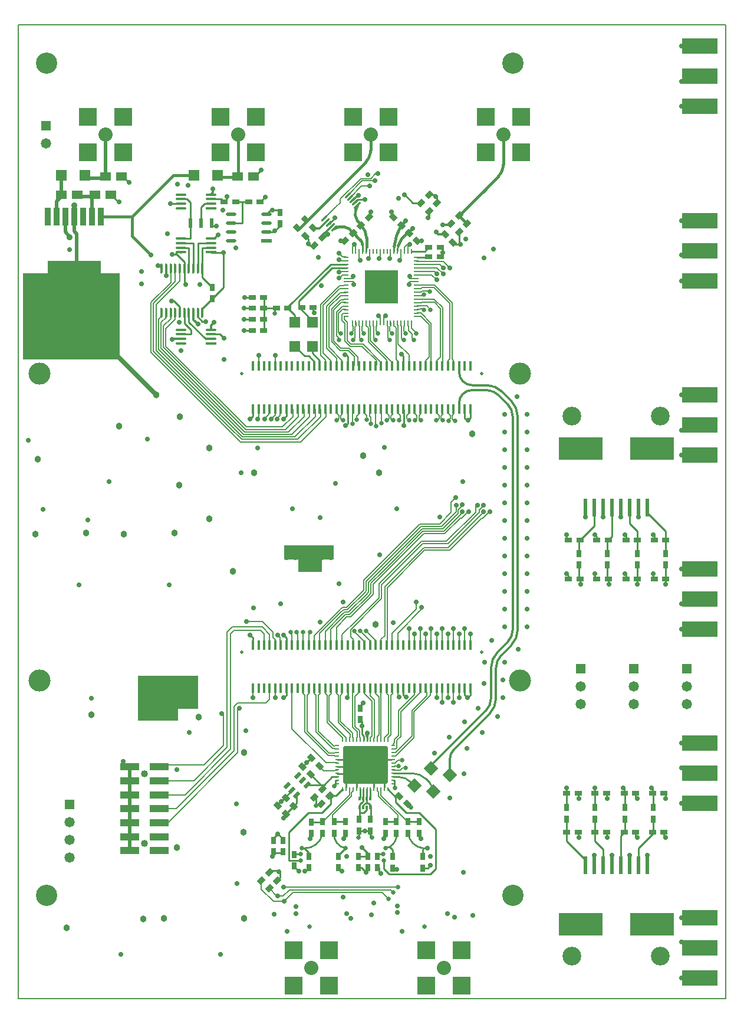
<source format=gtl>
%FSLAX25Y25*%
%MOIN*%
G70*
G01*
G75*
G04 Layer_Physical_Order=1*
G04 Layer_Color=255*
%ADD10C,0.01000*%
%ADD11C,0.01100*%
%ADD12C,0.00900*%
%ADD13C,0.01500*%
%ADD14C,0.01600*%
%ADD15C,0.01063*%
%ADD16C,0.01400*%
%ADD17R,0.03500X0.10000*%
%ADD18R,0.30000X0.30000*%
%ADD19R,0.10827X0.03937*%
%ADD20R,0.02000X0.05200*%
G04:AMPARAMS|DCode=21|XSize=47.24mil|YSize=11.81mil|CornerRadius=0mil|HoleSize=0mil|Usage=FLASHONLY|Rotation=225.000|XOffset=0mil|YOffset=0mil|HoleType=Round|Shape=Round|*
%AMOVALD21*
21,1,0.03543,0.01181,0.00000,0.00000,225.0*
1,1,0.01181,0.01253,0.01253*
1,1,0.01181,-0.01253,-0.01253*
%
%ADD21OVALD21*%

G04:AMPARAMS|DCode=22|XSize=47.24mil|YSize=11.81mil|CornerRadius=0mil|HoleSize=0mil|Usage=FLASHONLY|Rotation=225.000|XOffset=0mil|YOffset=0mil|HoleType=Round|Shape=Rectangle|*
%AMROTATEDRECTD22*
4,1,4,0.01253,0.02088,0.02088,0.01253,-0.01253,-0.02088,-0.02088,-0.01253,0.01253,0.02088,0.0*
%
%ADD22ROTATEDRECTD22*%

G04:AMPARAMS|DCode=23|XSize=39.37mil|YSize=19.69mil|CornerRadius=0mil|HoleSize=0mil|Usage=FLASHONLY|Rotation=45.000|XOffset=0mil|YOffset=0mil|HoleType=Round|Shape=Rectangle|*
%AMROTATEDRECTD23*
4,1,4,-0.00696,-0.02088,-0.02088,-0.00696,0.00696,0.02088,0.02088,0.00696,-0.00696,-0.02088,0.0*
%
%ADD23ROTATEDRECTD23*%

%ADD24R,0.02000X0.01000*%
%ADD25R,0.01000X0.02000*%
%ADD26R,0.01063X0.03150*%
%ADD27R,0.03150X0.01063*%
%ADD28R,0.01181X0.02362*%
%ADD29R,0.06000X0.05000*%
%ADD30R,0.06000X0.02000*%
%ADD31O,0.06000X0.02000*%
%ADD32O,0.06000X0.01500*%
%ADD33R,0.06000X0.01500*%
%ADD34R,0.01200X0.06000*%
%ADD35O,0.01200X0.06000*%
%ADD36R,0.01800X0.05700*%
%ADD37R,0.06000X0.06000*%
%ADD38R,0.20000X0.09000*%
%ADD39R,0.24500X0.13000*%
%ADD40R,0.02200X0.10000*%
%ADD41R,0.03000X0.04000*%
%ADD42R,0.04000X0.03000*%
%ADD43R,0.06000X0.06000*%
G04:AMPARAMS|DCode=44|XSize=40mil|YSize=30mil|CornerRadius=0mil|HoleSize=0mil|Usage=FLASHONLY|Rotation=45.000|XOffset=0mil|YOffset=0mil|HoleType=Round|Shape=Rectangle|*
%AMROTATEDRECTD44*
4,1,4,-0.00354,-0.02475,-0.02475,-0.00354,0.00354,0.02475,0.02475,0.00354,-0.00354,-0.02475,0.0*
%
%ADD44ROTATEDRECTD44*%

%ADD45P,0.08485X4X90.0*%
G04:AMPARAMS|DCode=46|XSize=40mil|YSize=30mil|CornerRadius=0mil|HoleSize=0mil|Usage=FLASHONLY|Rotation=135.000|XOffset=0mil|YOffset=0mil|HoleType=Round|Shape=Rectangle|*
%AMROTATEDRECTD46*
4,1,4,0.02475,-0.00354,0.00354,-0.02475,-0.02475,0.00354,-0.00354,0.02475,0.02475,-0.00354,0.0*
%
%ADD46ROTATEDRECTD46*%

%ADD47R,0.18504X0.18504*%
%ADD48C,0.00800*%
%ADD49C,0.00600*%
%ADD50C,0.02800*%
%ADD51C,0.02000*%
%ADD52C,0.01200*%
%ADD53C,0.00700*%
%ADD54R,0.22500X0.25500*%
%ADD55R,0.55000X0.49000*%
%ADD56R,0.14500X0.19000*%
%ADD57R,0.28500X0.08000*%
%ADD58R,0.13500X0.07500*%
%ADD59C,0.08000*%
%ADD60R,0.10000X0.10000*%
%ADD61C,0.04000*%
%ADD62C,0.05800*%
%ADD63R,0.05800X0.05800*%
G04:AMPARAMS|DCode=64|XSize=212.99mil|YSize=253.94mil|CornerRadius=10.65mil|HoleSize=0mil|Usage=FLASHONLY|Rotation=90.000|XOffset=0mil|YOffset=0mil|HoleType=Round|Shape=RoundedRectangle|*
%AMROUNDEDRECTD64*
21,1,0.21299,0.23264,0,0,90.0*
21,1,0.19169,0.25394,0,0,90.0*
1,1,0.02130,0.11632,0.09585*
1,1,0.02130,0.11632,-0.09585*
1,1,0.02130,-0.11632,-0.09585*
1,1,0.02130,-0.11632,0.09585*
%
%ADD64ROUNDEDRECTD64*%
%ADD65C,0.02000*%
%ADD66C,0.10600*%
%ADD67C,0.12000*%
%ADD68C,0.12500*%
%ADD69C,0.02800*%
%ADD70C,0.03800*%
%ADD71C,0.03500*%
%ADD72C,0.02600*%
D10*
X221960Y122440D02*
G03*
X214889Y125369I-7071J-7071D01*
G01*
X230091Y124409D02*
G03*
X223020Y127338I-7071J-7071D01*
G01*
X234500Y117100D02*
G03*
X232449Y122051I-7001J0D01*
G01*
X214746Y425190D02*
G03*
X214307Y422244I12654J-3390D01*
G01*
X196968Y113218D02*
G03*
X196969Y113218I-179J179D01*
G01*
D02*
G03*
X197043Y113397I-179J179D01*
G01*
X195000Y113218D02*
G03*
X195074Y113397I-179J179D01*
G01*
X198937Y113218D02*
G03*
X199011Y113397I-179J179D01*
G01*
X193032Y113218D02*
G03*
X193105Y113397I-179J179D01*
G01*
X197079Y147877D02*
G03*
X196464Y149364I-2103J0D01*
G01*
X197736D02*
G03*
X197079Y147777I1586J-1586D01*
G01*
X195974Y94974D02*
X199083D01*
X193951Y74049D02*
X196500Y71500D01*
X168300Y109300D02*
Y113039D01*
X211913Y125369D02*
X214889D01*
X230091Y124409D02*
X232449Y122051D01*
X211913Y127338D02*
X223020D01*
X144980Y82361D02*
X148900D01*
X149590Y83051D01*
X144290Y90890D02*
X146700Y93300D01*
X144290Y89551D02*
Y90890D01*
X146700Y93300D02*
X149590Y90410D01*
Y89551D02*
Y90410D01*
X141845Y71386D02*
X142959Y72500D01*
X146345Y66986D02*
X148000Y68641D01*
X141845Y71386D02*
X141945D01*
X192200Y91200D02*
X192700Y91700D01*
Y94900D01*
X199000Y91948D02*
X199748Y91200D01*
X199000Y91948D02*
Y94900D01*
X150000Y102000D02*
Y103220D01*
X151273Y104493D01*
X193300Y157700D02*
X194200Y156800D01*
Y154100D02*
Y156800D01*
Y149396D02*
Y154100D01*
Y149396D02*
X195111Y148485D01*
Y146172D02*
Y148485D01*
X211913Y123401D02*
X212716D01*
Y120100D02*
Y123401D01*
X179400Y120100D02*
Y123401D01*
X192783Y94974D02*
X195974D01*
X193031Y101474D02*
Y105100D01*
X194078Y110937D02*
X195074Y111933D01*
X194000Y110937D02*
X194078D01*
X193031Y109969D02*
X194000Y110937D01*
X193031Y105100D02*
X195327D01*
X196968Y106741D01*
X199011Y113397D02*
Y118373D01*
X195074Y113397D02*
Y118373D01*
X193105Y113397D02*
Y118373D01*
X165748Y99975D02*
X171924D01*
X179400Y123401D02*
X180204D01*
X197079Y146172D02*
Y149980D01*
X157289Y110509D02*
Y115111D01*
X203220Y81800D02*
X206200D01*
X207173Y100075D02*
X213691D01*
X220300D02*
X226761D01*
X195074Y111933D02*
Y113397D01*
X196968Y106741D02*
Y108100D01*
X193031D02*
Y109969D01*
Y105100D02*
Y108100D01*
X178620Y100075D02*
X184915D01*
X177396Y125396D02*
X180241D01*
X171945Y118586D02*
Y119945D01*
X172961Y120961D02*
X177396Y125396D01*
X163140Y120961D02*
X171039D01*
X171945Y120055D01*
X165300Y126700D02*
X171039Y120961D01*
X171945Y119945D02*
X172961Y120961D01*
X171039D02*
X172961D01*
X192210Y80549D02*
X197510D01*
X192210Y74049D02*
X193951D01*
X197510Y80549D02*
Y82190D01*
X194200Y85500D02*
X197510Y82190D01*
X167349Y113990D02*
X168300Y113039D01*
X156298Y81800D02*
X159600D01*
X148000Y68641D02*
Y72500D01*
X142959D02*
X148000D01*
X151273Y104493D02*
X157289Y110509D01*
X156054Y74446D02*
X158500Y72000D01*
X164149Y80549D02*
Y82410D01*
X161503Y85056D02*
X164149Y82410D01*
X180849Y80549D02*
Y81225D01*
X184800Y85176D01*
D11*
X220032Y432631D02*
G03*
X220013Y432613I834J-872D01*
G01*
X220032Y432631D02*
G03*
X220013Y432613I834J-872D01*
G01*
X220032Y432631D02*
G03*
X220013Y432613I834J-872D01*
G01*
X220398Y432872D02*
G03*
X220032Y432631I468J-1113D01*
G01*
X220866Y432966D02*
G03*
X220013Y432613I0J-1207D01*
G01*
X220398Y432872D02*
G03*
X220032Y432631I468J-1113D01*
G01*
X220398Y432872D02*
G03*
X220032Y432631I468J-1113D01*
G01*
X220451Y432893D02*
G03*
X220398Y432872I415J-1134D01*
G01*
X220451Y432893D02*
G03*
X220398Y432872I415J-1134D01*
G01*
X220451Y432893D02*
G03*
X220398Y432872I415J-1134D01*
G01*
X220866Y432966D02*
G03*
X220451Y432893I0J-1207D01*
G01*
X220866Y432966D02*
G03*
X220451Y432893I0J-1207D01*
G01*
X220866Y432966D02*
G03*
X220451Y432893I0J-1207D01*
G01*
X220866Y432966D02*
G03*
X220451Y432893I0J-1207D01*
G01*
X220866Y432966D02*
G03*
X220451Y432893I0J-1207D01*
G01*
X220866Y432966D02*
G03*
X220451Y432893I0J-1207D01*
G01*
X220866Y432966D02*
G03*
X220451Y432893I0J-1207D01*
G01*
D02*
G03*
X220398Y432872I415J-1134D01*
G01*
X220451Y432893D02*
G03*
X220398Y432872I415J-1134D01*
G01*
X220451Y432893D02*
G03*
X220398Y432872I415J-1134D01*
G01*
X220451Y432893D02*
G03*
X220398Y432872I415J-1134D01*
G01*
D02*
G03*
X220032Y432631I468J-1113D01*
G01*
X220398Y432872D02*
G03*
X220032Y432631I468J-1113D01*
G01*
X220398Y432872D02*
G03*
X220032Y432631I468J-1113D01*
G01*
X220398Y432872D02*
G03*
X220032Y432631I468J-1113D01*
G01*
D02*
G03*
X220013Y432613I834J-872D01*
G01*
X220032Y432631D02*
G03*
X220013Y432613I834J-872D01*
G01*
X220032Y432631D02*
G03*
X220013Y432613I834J-872D01*
G01*
X220032Y432631D02*
G03*
X220013Y432613I834J-872D01*
G01*
D12*
X220398Y432872D02*
G03*
X220032Y432631I7002J-11072D01*
G01*
X220398Y432872D02*
G03*
X220032Y432631I7002J-11072D01*
G01*
X220398Y432872D02*
G03*
X220032Y432631I7002J-11072D01*
G01*
X220850Y433145D02*
G03*
X220398Y432872I6550J-11345D01*
G01*
X220850Y433145D02*
G03*
X220398Y432872I6550J-11345D01*
G01*
X220850Y433145D02*
G03*
X220398Y432872I6550J-11345D01*
G01*
X220850Y433145D02*
G03*
X220398Y432872I6550J-11345D01*
G01*
X220850Y433145D02*
G03*
X220398Y432872I6550J-11345D01*
G01*
X220850Y433145D02*
G03*
X220398Y432872I6550J-11345D01*
G01*
X220850Y433145D02*
G03*
X220398Y432872I6550J-11345D01*
G01*
D02*
G03*
X220032Y432631I7002J-11072D01*
G01*
X220398Y432872D02*
G03*
X220032Y432631I7002J-11072D01*
G01*
X220398Y432872D02*
G03*
X220032Y432631I7002J-11072D01*
G01*
X220398Y432872D02*
G03*
X220032Y432631I7002J-11072D01*
G01*
X366000Y234000D02*
Y237000D01*
X350000Y234000D02*
Y237000D01*
X333500Y234500D02*
X334000Y234000D01*
X333500Y234500D02*
Y237000D01*
X317500Y234500D02*
X318000Y234000D01*
X317500Y234500D02*
Y237000D01*
X358000Y119000D02*
X358500Y118500D01*
Y116000D02*
Y118500D01*
X342000Y119000D02*
X342500Y118500D01*
Y116000D02*
Y118500D01*
X326000Y116000D02*
Y119000D01*
X310000Y116000D02*
Y119000D01*
X355500Y274500D02*
Y277600D01*
Y274500D02*
X366000Y264000D01*
Y259000D02*
Y264000D01*
X345500Y268500D02*
Y277600D01*
Y268500D02*
X350000Y264000D01*
Y259000D02*
Y264000D01*
X317500Y259000D02*
X325500Y267000D01*
Y277600D01*
X333500Y259000D02*
X335500Y261000D01*
Y277600D01*
X317000Y258500D02*
X317500Y259000D01*
X317000Y251500D02*
Y258500D01*
Y237500D02*
X317500Y237000D01*
X317000Y237500D02*
Y245000D01*
X333000Y258500D02*
X333500Y259000D01*
X333000Y251500D02*
Y258500D01*
Y237500D02*
X333500Y237000D01*
X333000Y237500D02*
Y245000D01*
X350000Y237000D02*
Y245000D01*
Y251500D02*
Y259000D01*
X366000Y251500D02*
Y259000D01*
Y237000D02*
Y245000D01*
X310000Y260000D02*
Y262000D01*
Y260000D02*
X311000Y259000D01*
X326000Y262000D02*
X327000Y261000D01*
Y259000D02*
Y261000D01*
X343000Y262000D02*
X343500Y261500D01*
Y259000D02*
Y261500D01*
X359000Y262000D02*
X359500Y261500D01*
Y259000D02*
Y261500D01*
X310000Y240000D02*
X311000Y239000D01*
Y237000D02*
Y239000D01*
X326000Y238000D02*
Y240000D01*
Y238000D02*
X327000Y237000D01*
X343000Y240000D02*
X343500Y239500D01*
Y237000D02*
Y239500D01*
X359000Y237500D02*
Y240000D01*
Y237500D02*
X359500Y237000D01*
X320500Y75400D02*
Y78500D01*
X310000Y89000D02*
X320500Y78500D01*
X310000Y89000D02*
Y94000D01*
X330500Y75400D02*
Y84500D01*
X326000Y89000D02*
X330500Y84500D01*
X326000Y89000D02*
Y94000D01*
X340500Y92000D02*
X342500Y94000D01*
X340500Y75400D02*
Y92000D01*
X350500Y85000D02*
X359500Y94000D01*
X350500Y75400D02*
Y85000D01*
X358500Y116000D02*
X359000Y115500D01*
Y108000D02*
Y115500D01*
Y94500D02*
X359500Y94000D01*
X359000Y94500D02*
Y101500D01*
X342500Y94000D02*
X343000Y94500D01*
Y101500D01*
X342500Y116000D02*
X343000Y115500D01*
Y108000D02*
Y115500D01*
X326000Y94000D02*
Y101500D01*
Y108000D02*
Y116000D01*
X310000Y94000D02*
Y101500D01*
Y108000D02*
Y116000D01*
X365000Y92000D02*
X366000Y91000D01*
X365000Y92000D02*
Y94000D01*
X349000Y92000D02*
X350000Y91000D01*
X349000Y92000D02*
Y94000D01*
X332500Y91500D02*
X333000Y91000D01*
X332500Y91500D02*
Y94000D01*
X316500Y91500D02*
X317000Y91000D01*
X316500Y91500D02*
Y94000D01*
X366000Y113000D02*
Y115000D01*
X365000Y116000D02*
X366000Y115000D01*
X349000Y114000D02*
X350000Y113000D01*
X349000Y114000D02*
Y116000D01*
X332500Y113500D02*
X333000Y113000D01*
X332500Y113500D02*
Y116000D01*
X316500Y113500D02*
X317000Y113000D01*
X316500Y113500D02*
Y116000D01*
X187524Y452476D02*
Y452557D01*
X164200Y363000D02*
X167250Y359950D01*
Y357400D02*
Y359950D01*
X170400Y357400D02*
Y360590D01*
X166100Y364890D02*
X170400Y360590D01*
X161900Y363000D02*
X164200D01*
X156300Y368600D02*
X161900Y363000D01*
X166100Y364890D02*
Y368600D01*
X176563Y414950D02*
X185433D01*
X152300Y390300D02*
X156300Y386300D01*
Y382100D02*
Y386300D01*
X177282Y412982D02*
X185433D01*
X158700Y390500D02*
X166100Y383100D01*
X158700Y390500D02*
X160100D01*
X158600Y390600D02*
X158700Y390500D01*
X166100Y382100D02*
Y383100D01*
X255500Y328200D02*
Y333400D01*
X252350Y327950D02*
Y333400D01*
X186150Y170100D02*
Y177100D01*
X109358Y436500D02*
X112000D01*
X127734Y390166D02*
X132274D01*
X127734Y383834D02*
X132274D01*
X127734Y377603D02*
X132274D01*
X150762Y113872D02*
X154645Y117755D01*
X148500Y111611D02*
X150762Y113872D01*
X252300Y171650D02*
Y177100D01*
X217650Y171650D02*
Y177100D01*
X142500Y445500D02*
X146600D01*
X151500Y329150D02*
Y334600D01*
Y198400D02*
Y203850D01*
Y171650D02*
Y177100D01*
X132600Y329150D02*
Y334600D01*
Y198400D02*
Y203850D01*
X138774Y377603D02*
Y396297D01*
X138974Y390300D02*
X145800D01*
X145000Y387200D02*
Y389500D01*
X145800Y390300D01*
X166600Y388183D02*
Y390500D01*
Y388183D02*
X167326Y387457D01*
X152300Y390687D02*
X176563Y414950D01*
X152300Y390300D02*
Y390687D01*
X158600Y390600D02*
Y394300D01*
X167241Y402941D02*
X177282Y412982D01*
X158600Y394300D02*
X167241Y402941D01*
X126500Y450031D02*
X130100D01*
X122802D02*
X126500D01*
Y438200D02*
Y450031D01*
X120200Y438200D02*
X126500D01*
X146600Y445500D02*
X147800Y444300D01*
X140200Y443200D02*
X142500Y445500D01*
X144380Y433200D02*
X147800Y436620D01*
X89500Y420500D02*
X93761Y416239D01*
X140200Y433200D02*
X144380D01*
X249104Y426796D02*
Y432000D01*
Y426796D02*
X249800Y426100D01*
X245700Y427200D02*
X246800Y426100D01*
X249800D01*
X238500Y424400D02*
X240004Y422896D01*
Y421596D02*
Y422896D01*
X249100Y431996D02*
X249104Y432000D01*
Y433204D01*
X164000Y105000D02*
X171500D01*
X176700Y110200D01*
X179590Y114700D02*
X183263Y118373D01*
X178000Y114700D02*
X179590D01*
X176700Y110200D02*
Y113400D01*
X183263Y117963D02*
Y118373D01*
X175826Y114883D02*
X176243Y115300D01*
X255450Y171600D02*
Y175600D01*
X253950Y170100D02*
X255450Y171600D01*
X252300Y171650D02*
X253450Y170500D01*
X217650Y171650D02*
X218800Y170500D01*
X150350D02*
X151500Y171650D01*
X150350Y205000D02*
X151500Y203850D01*
X131450Y205000D02*
X132600Y203850D01*
X254100Y326800D02*
X255500Y328200D01*
X252350Y327950D02*
X253500Y326800D01*
X131450Y328000D02*
X132600Y329150D01*
X150350Y328000D02*
X151500Y329150D01*
X217650Y357400D02*
Y362850D01*
X216500Y364000D02*
X217650Y362850D01*
X185000Y364000D02*
X186150Y362850D01*
Y357400D02*
Y362850D01*
X208499Y135224D02*
X211075D01*
X133700Y464500D02*
X137200Y468000D01*
X133000Y464500D02*
X133700D01*
X108805Y421500D02*
X116000D01*
X186150Y324950D02*
Y333100D01*
X185000Y323800D02*
X186150Y324950D01*
X213400Y111000D02*
Y113827D01*
Y111000D02*
X219100Y105300D01*
X226521D01*
X236000Y73500D02*
Y95821D01*
X201053Y119427D02*
Y122002D01*
X175753Y437948D02*
X178825Y441020D01*
X226521Y105300D02*
X236000Y95821D01*
X196968Y110600D02*
X197796D01*
X196141D02*
X196968D01*
X197796D02*
X199083Y109313D01*
X195000Y109459D02*
X196141Y110600D01*
X197042Y113397D02*
Y118373D01*
X180291Y131263D02*
X183866D01*
X180291Y135200D02*
X184982D01*
X185243Y119439D02*
Y122015D01*
X206897Y119439D02*
Y122015D01*
X191137Y119427D02*
Y122002D01*
X225106Y418887D02*
X231683D01*
X222252Y422242D02*
X229835D01*
X244100Y437200D02*
X244700Y437800D01*
X188916Y451084D02*
X191988Y454156D01*
X192054Y451438D02*
X194738D01*
X195300Y452000D01*
X164792Y425500D02*
X167400D01*
X163796Y426496D02*
X164792Y425500D01*
X162596Y430504D02*
X163796Y429304D01*
Y426496D02*
Y429304D01*
X190308Y449692D02*
X192054Y451438D01*
X231622Y441231D02*
X232104Y441713D01*
Y444904D01*
X223064Y449604D02*
X227504D01*
X218312Y454356D02*
X223064Y449604D01*
X236700Y449500D02*
Y452500D01*
X235900Y453300D02*
X236700Y452500D01*
X232100Y454200D02*
X235000D01*
X235900Y453300D01*
X108805Y375349D02*
X114051D01*
X116400Y373000D01*
X105811Y372789D02*
X108805D01*
X96320Y382280D02*
X105811Y372789D01*
X96320Y382280D02*
Y387372D01*
X91805Y375349D02*
X97500D01*
Y377800D01*
X93761Y381539D02*
X97500Y377800D01*
X93761Y381539D02*
Y387372D01*
Y412569D02*
Y416239D01*
X91500Y421389D02*
X91805Y421694D01*
X103998Y412569D02*
Y424254D01*
X108805D01*
X101439Y412569D02*
Y426814D01*
X108805D01*
X98880Y412569D02*
Y426814D01*
X91805D02*
X98880D01*
X96320Y412569D02*
Y424254D01*
X91805D02*
X96320D01*
X91805Y429374D02*
X97158D01*
X108805Y421500D02*
Y421694D01*
X109358Y436500D02*
Y436668D01*
X122426Y450031D02*
X122802D01*
X116302D02*
X118000Y451728D01*
Y453000D01*
X136600Y450031D02*
X139500Y452931D01*
X103998Y389841D02*
X109612Y395455D01*
X103998Y387372D02*
Y389841D01*
Y407569D02*
X109612Y401955D01*
X103998Y407569D02*
Y412569D01*
X109612Y395455D02*
X116000Y401843D01*
Y421500D01*
X58100Y464500D02*
X59000D01*
X62500Y461000D01*
X52400Y454100D02*
X56500Y450000D01*
X57000D01*
X91202Y387372D02*
Y390798D01*
X88000Y394000D02*
X91202Y390798D01*
X86500Y394000D02*
X88000D01*
X87000Y372500D02*
X87289Y372789D01*
X217650Y333100D02*
X218000Y332750D01*
Y324000D02*
Y332750D01*
X114663Y451670D02*
X116302Y450031D01*
X108805Y451670D02*
X114663D01*
X105258Y449110D02*
X108805D01*
X103258Y447110D02*
X105258Y449110D01*
X91805Y451670D02*
X95158D01*
X97158Y449670D01*
X86110Y449110D02*
X91805D01*
X86000Y449000D02*
X86110Y449110D01*
X101439Y385061D02*
Y387372D01*
Y385061D02*
X104000Y382500D01*
X106000D01*
X89694Y421694D02*
X91805D01*
X88500Y420500D02*
X89694Y421694D01*
X87000Y420500D02*
X88500D01*
X89500D01*
X79000Y414000D02*
X79535D01*
X80966Y412569D01*
X83525Y408525D02*
Y412569D01*
X83500Y408500D02*
X83525Y408525D01*
X93761Y405139D02*
X94700Y404200D01*
X93761Y405139D02*
Y412569D01*
X165404Y135996D02*
X165504D01*
X146677Y109788D02*
X148500Y111611D01*
X160704Y131296D02*
X160804D01*
X184900Y91400D02*
Y93500D01*
X184000Y90500D02*
X184900Y91400D01*
X160804Y131296D02*
X163008Y133500D01*
X165504Y135996D01*
X164800Y90400D02*
X165700Y91300D01*
Y93400D01*
X206600Y90500D02*
X207500Y91400D01*
Y93500D01*
X226700Y91400D02*
X227600Y90500D01*
X226700Y91400D02*
Y93500D01*
X204000Y71920D02*
Y74000D01*
Y71920D02*
X204927Y70993D01*
X229835Y422242D02*
X232061Y424469D01*
X180291Y127326D02*
X183966D01*
X199083Y101474D02*
Y109313D01*
X196968Y110600D02*
Y113218D01*
X195000Y108100D02*
Y109459D01*
X103258Y436668D02*
Y447110D01*
X97158Y429374D02*
Y436668D01*
Y449670D01*
X127949Y396297D02*
X132274D01*
X206524Y73476D02*
X209500Y70500D01*
X206524Y73476D02*
Y78256D01*
X233000Y70500D02*
X236000Y73500D01*
X209500Y70500D02*
X233000D01*
X208853Y118373D02*
X208858Y118368D01*
X208859Y118368D02*
X213400Y113827D01*
X228549Y73990D02*
X231490D01*
X233000Y75500D01*
X211549Y80490D02*
Y84112D01*
X209820Y85841D02*
X211549Y84112D01*
X153000Y78256D02*
Y94000D01*
Y78256D02*
X159600D01*
X153000Y94000D02*
X164000Y105000D01*
X176700Y113400D02*
X178000Y114700D01*
D13*
X220828Y433119D02*
G03*
X220451Y432893I6515J-11284D01*
G01*
X220828Y433119D02*
G03*
X220451Y432893I6515J-11284D01*
G01*
X220828Y433119D02*
G03*
X220451Y432893I6515J-11284D01*
G01*
X220828Y433119D02*
G03*
X220451Y432893I6515J-11284D01*
G01*
X220828Y433119D02*
G03*
X220451Y432893I6515J-11284D01*
G01*
X220828Y433119D02*
G03*
X220451Y432893I6515J-11284D01*
G01*
X220828Y433119D02*
G03*
X220451Y432893I6515J-11284D01*
G01*
D02*
G03*
X214758Y425207I6892J-11057D01*
G01*
X216535Y436998D02*
G03*
X212458Y424757I23608J-14662D01*
G01*
X196271Y472471D02*
G03*
X198073Y474930I-7071J7071D01*
G01*
X199100Y478131D02*
G03*
X199200Y479542I-9900J1411D01*
G01*
X198073Y474930D02*
G03*
X199100Y478131I-8873J4612D01*
G01*
X158100Y435100D02*
G03*
X158441Y435241I0J483D01*
G01*
X271271Y464371D02*
G03*
X274100Y470032I-7071J7071D01*
G01*
D02*
G03*
X274200Y471442I-9900J1411D01*
G01*
X189819Y432481D02*
G03*
X189370Y432667I-449J-449D01*
G01*
X189234Y432582D02*
G03*
X178622Y435027I-6528J-4083D01*
G01*
X191899Y448289D02*
G03*
X193799Y437136I6527J-4626D01*
G01*
X194591Y425732D02*
G03*
X193379Y428658I-4137J-0D01*
G01*
X196762Y429795D02*
G03*
X193833Y436866I-10000J0D01*
G01*
X196762Y429795D02*
G03*
X193833Y436866I-10000J0D01*
G01*
X196762Y429795D02*
G03*
X193833Y436866I-10000J0D01*
G01*
X196762Y429795D02*
G03*
X193833Y436866I-10000J0D01*
G01*
X196762Y429795D02*
G03*
X193833Y436866I-10000J0D01*
G01*
X196762Y429795D02*
G03*
X193833Y436866I-10000J0D01*
G01*
X196762Y429795D02*
G03*
X193833Y436866I-10000J0D01*
G01*
X196762Y429795D02*
G03*
X193833Y436866I-10000J0D01*
G01*
X220866Y431966D02*
Y432667D01*
X192800Y469000D02*
X196271Y472471D01*
X158000Y435100D02*
Y435558D01*
X158741Y434941D02*
X192800Y469000D01*
X199200Y479542D02*
Y488200D01*
X261300Y454400D02*
X271271Y464371D01*
X249000Y442500D02*
X253700Y437800D01*
X261300Y454400D02*
X264171Y457271D01*
X249296Y442396D02*
X261300Y454400D01*
X274200Y471442D02*
Y488200D01*
X192730Y429307D02*
X193379Y428658D01*
X124100Y464000D02*
Y485000D01*
X124000Y463500D02*
Y464000D01*
X46451Y441710D02*
X64290D01*
X87580Y465000D01*
X99100D01*
X64290Y430710D02*
X75000Y420000D01*
X64290Y430710D02*
Y441710D01*
X196761Y424800D02*
Y429795D01*
X193701Y436998D02*
X193833Y436866D01*
X189370Y432667D02*
X192730Y429307D01*
X117100Y464000D02*
X124000D01*
X112600D02*
X117100D01*
D14*
X221976Y434076D02*
G03*
X222400Y435100I-1024J1024D01*
G01*
X223000Y434500D02*
G03*
X221976Y434076I0J-1448D01*
G01*
X219000Y438862D02*
G03*
X217976Y438438I0J-1448D01*
G01*
X217976Y438438D02*
G03*
X218400Y439462I-1024J1024D01*
G01*
X220866Y432667D02*
Y432966D01*
X216535Y436998D02*
X219000Y439462D01*
D15*
X212562Y425205D02*
G03*
X212409Y422242I27638J-2905D01*
G01*
X196916Y424646D02*
G03*
X196661Y424031I614J-614D01*
G01*
X196761Y424800D02*
G03*
X196661Y424559I241J-241D01*
G01*
X196761Y424800D02*
G03*
X196661Y424559I241J-241D01*
G01*
X196761Y424800D02*
G03*
X196661Y424559I241J-241D01*
G01*
X196761Y424800D02*
G03*
X196661Y424559I241J-241D01*
G01*
X196762Y424800D02*
G03*
X196761Y424800I241J-241D01*
G01*
X196762Y424800D02*
G03*
X196761Y424800I241J-241D01*
G01*
X196762Y424800D02*
G03*
X196761Y424800I241J-241D01*
G01*
X196762Y424800D02*
G03*
X196761Y424800I241J-241D01*
G01*
X196762Y424800D02*
G03*
X196761Y424800I241J-241D01*
G01*
X196762Y424800D02*
G03*
X196761Y424800I241J-241D01*
G01*
X196762Y424800D02*
G03*
X196761Y424800I241J-241D01*
G01*
D02*
G03*
X196661Y424559I241J-241D01*
G01*
X196761Y424800D02*
G03*
X196661Y424559I241J-241D01*
G01*
X196762Y424800D02*
G03*
X196661Y424559I241J-241D01*
G01*
X196761Y424800D02*
G03*
X196661Y424559I241J-241D01*
G01*
X229005Y85053D02*
G03*
X231152Y85076I970J9698D01*
G01*
X220300Y93575D02*
G03*
X229005Y85053I9675J1177D01*
G01*
X207524Y85076D02*
G03*
X209820Y85841I-1166J7333D01*
G01*
D02*
G03*
X213690Y93575I-3463J6568D01*
G01*
X160358Y85176D02*
G03*
X161503Y85056I1633J10032D01*
G01*
D02*
G03*
X172024Y93575I489J10153D01*
G01*
X178620D02*
G03*
X184800Y85176I7289J-1109D01*
G01*
X196661Y422242D02*
Y424559D01*
X194693Y422242D02*
Y425600D01*
X228549Y80490D02*
Y84597D01*
D16*
X266251Y160791D02*
G03*
X270000Y169842I-9051J9051D01*
G01*
X278551Y199591D02*
G03*
X282300Y208642I-9051J9051D01*
G01*
X234548Y133048D02*
G03*
X233346Y130146I2902J-2902D01*
G01*
X245980Y140520D02*
G03*
X244046Y135851I4669J-4669D01*
G01*
X272929Y193969D02*
G03*
X270000Y186898I7071J-7071D01*
G01*
X273569Y342891D02*
G03*
X264518Y346640I-9051J-9051D01*
G01*
X282300Y328858D02*
G03*
X278551Y337909I-12800J0D01*
G01*
X264271Y162771D02*
G03*
X267200Y169842I-7071J7071D01*
G01*
X270949Y195949D02*
G03*
X267200Y186898I9051J-9051D01*
G01*
X276571Y201571D02*
G03*
X279500Y208642I-7071J7071D01*
G01*
X271589Y340911D02*
G03*
X264518Y343840I-7071J-7071D01*
G01*
X279500Y328858D02*
G03*
X276571Y335929I-10000J0D01*
G01*
X249150Y353990D02*
G03*
X256502Y346640I7351J1D01*
G01*
Y343840D02*
G03*
X249150Y336490I-1J-7351D01*
G01*
X245980Y140520D02*
X266251Y160791D01*
X249150Y353990D02*
Y357400D01*
X273569Y342891D02*
X278551Y337909D01*
X249150Y333100D02*
Y336490D01*
X244046Y126646D02*
Y135851D01*
X256502Y346640D02*
X264518D01*
X270000Y169842D02*
Y186898D01*
X272929Y193969D02*
X278551Y199591D01*
X282300Y208642D02*
Y328858D01*
X234548Y133048D02*
X264271Y162771D01*
X256502Y343840D02*
X264518D01*
X267200Y169842D02*
Y186898D01*
X270949Y195949D02*
X276571Y201571D01*
X271589Y340911D02*
X276571Y335929D01*
X279500Y208642D02*
Y328858D01*
D17*
X46451Y441710D02*
D03*
X41451D02*
D03*
X36451D02*
D03*
X31451D02*
D03*
X26451D02*
D03*
X21451D02*
D03*
X16451D02*
D03*
D18*
X31451Y401710D02*
D03*
D19*
X63000Y131000D02*
D03*
Y91630D02*
D03*
X79732D02*
D03*
X63000Y83756D02*
D03*
X79732D02*
D03*
X63000Y107378D02*
D03*
X79732D02*
D03*
X63000Y99504D02*
D03*
X79732D02*
D03*
Y131000D02*
D03*
X63000Y123126D02*
D03*
X79732D02*
D03*
X63000Y115252D02*
D03*
X79732D02*
D03*
D20*
X109358Y438168D02*
D03*
X103258D02*
D03*
X97158D02*
D03*
D21*
X186110Y453890D02*
D03*
X172887Y440667D02*
D03*
X174301Y439253D02*
D03*
X178477Y435077D02*
D03*
X175693Y437861D02*
D03*
X188916Y451084D02*
D03*
X190308Y449692D02*
D03*
X187524Y452476D02*
D03*
X177085Y436469D02*
D03*
D22*
X191700Y448300D02*
D03*
D23*
X152000Y120400D02*
D03*
X154645Y117755D02*
D03*
X157289Y115111D02*
D03*
X157851Y126251D02*
D03*
X160495Y123606D02*
D03*
X163140Y120961D02*
D03*
D24*
X211950Y121459D02*
D03*
Y123428D02*
D03*
Y125396D02*
D03*
Y127365D02*
D03*
Y129333D02*
D03*
Y131302D02*
D03*
Y133270D02*
D03*
Y135239D02*
D03*
Y137207D02*
D03*
Y139176D02*
D03*
Y141144D02*
D03*
Y143113D02*
D03*
X180241D02*
D03*
Y141144D02*
D03*
Y139176D02*
D03*
Y137207D02*
D03*
Y135239D02*
D03*
Y133270D02*
D03*
Y131302D02*
D03*
Y129333D02*
D03*
Y127365D02*
D03*
Y125396D02*
D03*
Y123428D02*
D03*
Y121459D02*
D03*
D25*
X183300Y118400D02*
D03*
X185268D02*
D03*
X187237D02*
D03*
X189206D02*
D03*
X191174D02*
D03*
X193142D02*
D03*
X195111D02*
D03*
X197080D02*
D03*
X199048D02*
D03*
X201016D02*
D03*
X202985D02*
D03*
X204954D02*
D03*
X206922D02*
D03*
X208891D02*
D03*
Y146172D02*
D03*
X206922D02*
D03*
X204954D02*
D03*
X202985D02*
D03*
X201016D02*
D03*
X199048D02*
D03*
X197080D02*
D03*
X195111D02*
D03*
X193142D02*
D03*
X191174D02*
D03*
X189206D02*
D03*
X187237D02*
D03*
X185268D02*
D03*
X183300D02*
D03*
D26*
X200565Y422154D02*
D03*
X198597D02*
D03*
X196628D02*
D03*
X202534D02*
D03*
X188754D02*
D03*
X190723D02*
D03*
X192691D02*
D03*
X194660D02*
D03*
X216313Y381981D02*
D03*
X218282D02*
D03*
X222219D02*
D03*
X220250D02*
D03*
X210408Y422154D02*
D03*
X208439D02*
D03*
X206471D02*
D03*
X204502D02*
D03*
X188754Y381981D02*
D03*
X190723D02*
D03*
X210408D02*
D03*
X212376D02*
D03*
X214345D02*
D03*
X196628D02*
D03*
X194660D02*
D03*
X192691D02*
D03*
X202534D02*
D03*
X200565D02*
D03*
X198597D02*
D03*
X208439D02*
D03*
X206471D02*
D03*
X204502D02*
D03*
X218282Y422154D02*
D03*
X220250D02*
D03*
X222219D02*
D03*
X212376D02*
D03*
X214345D02*
D03*
X216313D02*
D03*
D27*
X185400Y387304D02*
D03*
Y385336D02*
D03*
X225073Y408958D02*
D03*
Y410926D02*
D03*
Y412894D02*
D03*
Y414863D02*
D03*
Y389273D02*
D03*
Y391241D02*
D03*
Y393210D02*
D03*
Y401084D02*
D03*
Y403052D02*
D03*
Y405021D02*
D03*
Y406989D02*
D03*
X185400Y418800D02*
D03*
Y416832D02*
D03*
Y414863D02*
D03*
Y412895D02*
D03*
Y405021D02*
D03*
Y403052D02*
D03*
Y401084D02*
D03*
Y389273D02*
D03*
Y408958D02*
D03*
Y410926D02*
D03*
Y406989D02*
D03*
Y397147D02*
D03*
Y399115D02*
D03*
Y393210D02*
D03*
Y395178D02*
D03*
Y391241D02*
D03*
X225073Y387304D02*
D03*
Y385336D02*
D03*
Y399115D02*
D03*
Y397147D02*
D03*
Y395178D02*
D03*
Y418800D02*
D03*
Y416831D02*
D03*
D28*
X198905Y108100D02*
D03*
X196937D02*
D03*
X194968D02*
D03*
X193000D02*
D03*
Y113218D02*
D03*
X194968D02*
D03*
X196937D02*
D03*
X198905D02*
D03*
D29*
X52400Y454100D02*
D03*
X43400D02*
D03*
X33200D02*
D03*
X24200D02*
D03*
X58100Y464500D02*
D03*
X49100D02*
D03*
X133000D02*
D03*
X124000D02*
D03*
D30*
X140200Y428200D02*
D03*
D31*
Y433200D02*
D03*
Y438200D02*
D03*
Y443200D02*
D03*
X120200Y428200D02*
D03*
Y433200D02*
D03*
Y438200D02*
D03*
Y443200D02*
D03*
D32*
X91805Y454230D02*
D03*
X108805D02*
D03*
X91805Y451670D02*
D03*
Y449110D02*
D03*
Y446550D02*
D03*
X108805Y451670D02*
D03*
Y449110D02*
D03*
X91805Y429374D02*
D03*
X108805D02*
D03*
X91805Y426814D02*
D03*
Y424254D02*
D03*
Y421694D02*
D03*
X108805Y426814D02*
D03*
Y424254D02*
D03*
X91805Y377909D02*
D03*
X108805D02*
D03*
X91805Y375349D02*
D03*
Y372789D02*
D03*
Y370229D02*
D03*
X108805Y375349D02*
D03*
Y372789D02*
D03*
D33*
Y446550D02*
D03*
Y421694D02*
D03*
Y370229D02*
D03*
D34*
X103998Y412569D02*
D03*
D35*
X101439D02*
D03*
X98880D02*
D03*
X96320D02*
D03*
X93761D02*
D03*
X91202D02*
D03*
X88643D02*
D03*
X86084D02*
D03*
X83525D02*
D03*
X80966D02*
D03*
X103998Y387372D02*
D03*
X101439D02*
D03*
X98880D02*
D03*
X96320D02*
D03*
X93761D02*
D03*
X91202D02*
D03*
X88643D02*
D03*
X86084D02*
D03*
X83525D02*
D03*
X80966D02*
D03*
D36*
X132600Y357400D02*
D03*
Y333100D02*
D03*
X135750Y357400D02*
D03*
Y333100D02*
D03*
X138900Y357400D02*
D03*
Y333100D02*
D03*
X142050Y357400D02*
D03*
Y333100D02*
D03*
X145200Y357400D02*
D03*
Y333100D02*
D03*
X148350Y357400D02*
D03*
Y333100D02*
D03*
X151500Y357400D02*
D03*
Y333100D02*
D03*
X154650Y357400D02*
D03*
Y333100D02*
D03*
X157800Y357400D02*
D03*
Y333100D02*
D03*
X160950Y357400D02*
D03*
Y333100D02*
D03*
X164100Y357400D02*
D03*
Y333100D02*
D03*
X167250Y357400D02*
D03*
Y333100D02*
D03*
X170400Y357400D02*
D03*
Y333100D02*
D03*
X173550Y357400D02*
D03*
Y333100D02*
D03*
X176700Y357400D02*
D03*
Y333100D02*
D03*
X179850Y357400D02*
D03*
Y333100D02*
D03*
X183000Y357400D02*
D03*
Y333100D02*
D03*
X186150Y357400D02*
D03*
Y333100D02*
D03*
X189300Y357400D02*
D03*
Y333100D02*
D03*
X192450Y357400D02*
D03*
Y333100D02*
D03*
X195600Y357400D02*
D03*
Y333100D02*
D03*
X198750Y357400D02*
D03*
Y333100D02*
D03*
X201900Y357400D02*
D03*
Y333100D02*
D03*
X205050Y357400D02*
D03*
Y333100D02*
D03*
X208200Y357400D02*
D03*
Y333100D02*
D03*
X211350Y357400D02*
D03*
Y333100D02*
D03*
X214500Y357400D02*
D03*
Y333100D02*
D03*
X217650Y357400D02*
D03*
Y333100D02*
D03*
X220800Y357400D02*
D03*
Y333100D02*
D03*
X223950Y357400D02*
D03*
Y333100D02*
D03*
X227100Y357400D02*
D03*
Y333100D02*
D03*
X230250Y357400D02*
D03*
Y333100D02*
D03*
X233400Y357400D02*
D03*
Y333100D02*
D03*
X236550Y357400D02*
D03*
Y333100D02*
D03*
X239700Y357400D02*
D03*
Y333100D02*
D03*
X242850Y357400D02*
D03*
Y333100D02*
D03*
X246000Y357400D02*
D03*
Y333100D02*
D03*
X249150Y357400D02*
D03*
Y333100D02*
D03*
X252300Y357400D02*
D03*
Y333100D02*
D03*
X255450Y357400D02*
D03*
Y333100D02*
D03*
X132600Y199900D02*
D03*
Y175600D02*
D03*
X135750Y199900D02*
D03*
Y175600D02*
D03*
X138900Y199900D02*
D03*
Y175600D02*
D03*
X142050Y199900D02*
D03*
Y175600D02*
D03*
X145200Y199900D02*
D03*
Y175600D02*
D03*
X148350Y199900D02*
D03*
Y175600D02*
D03*
X151500Y199900D02*
D03*
Y175600D02*
D03*
X154650Y199900D02*
D03*
Y175600D02*
D03*
X157800Y199900D02*
D03*
Y175600D02*
D03*
X160950Y199900D02*
D03*
Y175600D02*
D03*
X164100Y199900D02*
D03*
Y175600D02*
D03*
X167250Y199900D02*
D03*
Y175600D02*
D03*
X170400Y199900D02*
D03*
Y175600D02*
D03*
X173550Y199900D02*
D03*
Y175600D02*
D03*
X176700Y199900D02*
D03*
Y175600D02*
D03*
X179850Y199900D02*
D03*
Y175600D02*
D03*
X183000Y199900D02*
D03*
Y175600D02*
D03*
X186150Y199900D02*
D03*
Y175600D02*
D03*
X189300Y199900D02*
D03*
Y175600D02*
D03*
X192450Y199900D02*
D03*
Y175600D02*
D03*
X195600Y199900D02*
D03*
Y175600D02*
D03*
X198750Y199900D02*
D03*
Y175600D02*
D03*
X201900Y199900D02*
D03*
Y175600D02*
D03*
X205050Y199900D02*
D03*
Y175600D02*
D03*
X208200Y199900D02*
D03*
Y175600D02*
D03*
X211350Y199900D02*
D03*
Y175600D02*
D03*
X214500Y199900D02*
D03*
Y175600D02*
D03*
X217650Y199900D02*
D03*
Y175600D02*
D03*
X220800Y199900D02*
D03*
Y175600D02*
D03*
X223950Y199900D02*
D03*
Y175600D02*
D03*
X227100Y199900D02*
D03*
Y175600D02*
D03*
X230250Y199900D02*
D03*
Y175600D02*
D03*
X233400Y199900D02*
D03*
Y175600D02*
D03*
X236550Y199900D02*
D03*
Y175600D02*
D03*
X239700Y199900D02*
D03*
Y175600D02*
D03*
X242850Y199900D02*
D03*
Y175600D02*
D03*
X246000Y199900D02*
D03*
Y175600D02*
D03*
X249150Y199900D02*
D03*
Y175600D02*
D03*
X252300Y199900D02*
D03*
Y175600D02*
D03*
X255450Y199900D02*
D03*
Y175600D02*
D03*
D37*
X24100Y465000D02*
D03*
X37600D02*
D03*
X99100D02*
D03*
X112600D02*
D03*
D38*
X385200Y521100D02*
D03*
Y422600D02*
D03*
Y324200D02*
D03*
Y225800D02*
D03*
Y127400D02*
D03*
Y28900D02*
D03*
Y504100D02*
D03*
Y538100D02*
D03*
Y405600D02*
D03*
Y439600D02*
D03*
Y307200D02*
D03*
Y341200D02*
D03*
Y208800D02*
D03*
Y242800D02*
D03*
Y110400D02*
D03*
Y144400D02*
D03*
Y11900D02*
D03*
Y45900D02*
D03*
D39*
X358250Y310900D02*
D03*
X317750D02*
D03*
X358250Y42100D02*
D03*
X317750D02*
D03*
D40*
X355500Y277600D02*
D03*
X350500D02*
D03*
X345500D02*
D03*
X340500D02*
D03*
X320500D02*
D03*
X325500D02*
D03*
X330500D02*
D03*
X335500D02*
D03*
X340500Y75400D02*
D03*
X345500D02*
D03*
X350500D02*
D03*
X355500D02*
D03*
X335500D02*
D03*
X330500D02*
D03*
X325500D02*
D03*
X320500D02*
D03*
D41*
X366000Y245000D02*
D03*
Y251500D02*
D03*
X317000Y245000D02*
D03*
Y251500D02*
D03*
X333000Y245000D02*
D03*
Y251500D02*
D03*
X350000Y245000D02*
D03*
Y251500D02*
D03*
X359000Y108000D02*
D03*
Y101500D02*
D03*
X343000Y108000D02*
D03*
Y101500D02*
D03*
X326000Y108000D02*
D03*
Y101500D02*
D03*
X310000Y108000D02*
D03*
Y101500D02*
D03*
X180849Y74049D02*
D03*
Y80549D02*
D03*
X164149Y74049D02*
D03*
Y80549D02*
D03*
X228549Y73990D02*
D03*
Y80490D02*
D03*
X211549Y73990D02*
D03*
Y80490D02*
D03*
X149590Y89551D02*
D03*
Y83051D02*
D03*
X144290Y89551D02*
D03*
Y83051D02*
D03*
X192210Y74049D02*
D03*
Y80549D02*
D03*
X197510Y74049D02*
D03*
Y80549D02*
D03*
X178600Y93500D02*
D03*
Y100000D02*
D03*
X165700Y99900D02*
D03*
Y93400D02*
D03*
X172000Y93500D02*
D03*
Y100000D02*
D03*
X192700Y101400D02*
D03*
Y94900D02*
D03*
X199000Y101400D02*
D03*
Y94900D02*
D03*
X220300Y93500D02*
D03*
Y100000D02*
D03*
X226700Y93500D02*
D03*
Y100000D02*
D03*
X207500D02*
D03*
Y93500D02*
D03*
X213600D02*
D03*
Y100000D02*
D03*
X184900Y93500D02*
D03*
Y100000D02*
D03*
X147800Y437800D02*
D03*
Y444300D02*
D03*
X193300Y157700D02*
D03*
Y164200D02*
D03*
X202927Y74007D02*
D03*
Y80507D02*
D03*
X156054Y75056D02*
D03*
Y81556D02*
D03*
X109612Y401955D02*
D03*
Y395455D02*
D03*
D42*
X311000Y237000D02*
D03*
X317500D02*
D03*
X327000D02*
D03*
X333500D02*
D03*
X350000D02*
D03*
X343500D02*
D03*
X366000D02*
D03*
X359500D02*
D03*
X311000Y259000D02*
D03*
X317500D02*
D03*
X327000D02*
D03*
X333500D02*
D03*
X350000D02*
D03*
X343500D02*
D03*
X366000D02*
D03*
X359500D02*
D03*
X365000Y116000D02*
D03*
X358500D02*
D03*
X349000D02*
D03*
X342500D02*
D03*
X326000D02*
D03*
X332500D02*
D03*
X310000D02*
D03*
X316500D02*
D03*
X365000Y94000D02*
D03*
X358500D02*
D03*
X349000D02*
D03*
X342500D02*
D03*
X326000D02*
D03*
X332500D02*
D03*
X310000D02*
D03*
X316500D02*
D03*
X238500Y424400D02*
D03*
X232000D02*
D03*
X116302Y450031D02*
D03*
X122802D02*
D03*
X232000Y419000D02*
D03*
X238500D02*
D03*
X166600Y390500D02*
D03*
X160100D02*
D03*
X145800Y390300D02*
D03*
X152300D02*
D03*
X138700Y390100D02*
D03*
X132200D02*
D03*
Y396200D02*
D03*
X138700D02*
D03*
X132200Y383800D02*
D03*
X138700D02*
D03*
X132200Y377600D02*
D03*
X138700D02*
D03*
X130100Y450031D02*
D03*
X136600D02*
D03*
D43*
X166100Y382100D02*
D03*
Y368600D02*
D03*
X156300Y382100D02*
D03*
Y368600D02*
D03*
D44*
X167349Y113990D02*
D03*
X171945Y118586D02*
D03*
X137249Y66790D02*
D03*
X141845Y71386D02*
D03*
X141749Y62390D02*
D03*
X146345Y66986D02*
D03*
X175800Y114800D02*
D03*
X171204Y110204D02*
D03*
X249296Y442396D02*
D03*
X244700Y437800D02*
D03*
X184704Y428004D02*
D03*
X189300Y432600D02*
D03*
X193604Y436904D02*
D03*
X198200Y441500D02*
D03*
X171996Y430096D02*
D03*
X167400Y425500D02*
D03*
X249104Y433204D02*
D03*
X253700Y437800D02*
D03*
X227504Y449604D02*
D03*
X232100Y454200D02*
D03*
X232104Y444904D02*
D03*
X236700Y449500D02*
D03*
D45*
X244046Y126646D02*
D03*
X234500Y117100D02*
D03*
X233346Y130146D02*
D03*
X223800Y120600D02*
D03*
D46*
X241104Y431796D02*
D03*
X245700Y427200D02*
D03*
X215200Y114600D02*
D03*
X219796Y110004D02*
D03*
X225396Y428004D02*
D03*
X220800Y432600D02*
D03*
X216496Y436904D02*
D03*
X211900Y441500D02*
D03*
X162104Y439996D02*
D03*
X166700Y435400D02*
D03*
X162296Y430804D02*
D03*
X157700Y435400D02*
D03*
X165504Y135996D02*
D03*
X170100Y131400D02*
D03*
X160704Y131296D02*
D03*
X165300Y126700D02*
D03*
X155723Y108911D02*
D03*
X151127Y113507D02*
D03*
X146677Y109089D02*
D03*
X151273Y104493D02*
D03*
D47*
X205300Y402181D02*
D03*
D48*
X225000Y220000D02*
Y224000D01*
X211350Y206350D02*
X225000Y220000D01*
X228000D02*
Y221000D01*
X214500Y206500D02*
X228000Y220000D01*
X233400Y199900D02*
Y209000D01*
X211350Y199900D02*
Y206350D01*
X214500Y199900D02*
Y206500D01*
X220800Y199900D02*
Y209000D01*
X223950Y205950D02*
X224000Y206000D01*
X223950Y199900D02*
Y205950D01*
X227100Y199900D02*
Y209000D01*
X230250Y199900D02*
Y206000D01*
X236550Y206000D02*
X236550Y206000D01*
X236550Y199900D02*
Y206000D01*
X239700Y199900D02*
Y209000D01*
X242850Y205987D02*
X242863Y206000D01*
X242850Y199900D02*
Y205987D01*
X246000Y199900D02*
Y208950D01*
X249150Y199900D02*
Y206000D01*
X252300Y199900D02*
Y209000D01*
X255450Y199900D02*
Y206000D01*
X214500Y171000D02*
X215200Y170300D01*
X214500Y171000D02*
Y175600D01*
X382100Y130500D02*
X385200Y127400D01*
X375000Y130500D02*
X382100D01*
X249150Y170000D02*
Y175600D01*
X246000Y167550D02*
Y173100D01*
X239700Y167550D02*
Y173100D01*
X242850Y170050D02*
Y175600D01*
X236500Y170000D02*
X236550Y170050D01*
Y175600D01*
X220866Y432966D02*
X223000Y435100D01*
X79732Y107378D02*
X89378D01*
X137000Y208000D02*
X138900Y206100D01*
X122000Y208000D02*
X137000D01*
X120000Y206000D02*
X122000Y208000D01*
X120000Y141000D02*
Y206000D01*
X94252Y115252D02*
X120000Y141000D01*
X79732Y115252D02*
X94252D01*
X138900Y199900D02*
Y206100D01*
X138000Y210000D02*
X142050Y205950D01*
X121000Y210000D02*
X138000D01*
X118000Y207000D02*
X121000Y210000D01*
X118000Y142000D02*
Y207000D01*
X99126Y123126D02*
X118000Y142000D01*
X79732Y123126D02*
X99126D01*
X142050Y202450D02*
Y205950D01*
X89378Y107378D02*
X122000Y140000D01*
Y165000D01*
X124000Y167000D01*
X140000D01*
X142050Y169050D01*
Y175600D01*
X145200Y199900D02*
Y202800D01*
X144000Y204000D02*
X145200Y202800D01*
X144000Y204000D02*
Y207000D01*
X138000Y213000D02*
X144000Y207000D01*
X129000Y213000D02*
X138000D01*
X124000Y163000D02*
X125000Y164000D01*
X124000Y139000D02*
Y163000D01*
X84504Y99504D02*
X124000Y139000D01*
X79732Y99504D02*
X84504D01*
X115000Y161000D02*
X116000Y160000D01*
Y143000D02*
Y160000D01*
X105000Y132000D02*
X116000Y143000D01*
X80732Y132000D02*
X105000D01*
X79732Y131000D02*
X80732Y132000D01*
X400000Y-0D02*
Y550000D01*
X119300D02*
X400000D01*
X0Y168100D02*
Y364950D01*
X75300Y-0D02*
X400000D01*
X0D02*
Y168100D01*
Y-0D02*
X75300D01*
X0Y550000D02*
X119300D01*
X0Y364950D02*
Y550000D01*
D49*
X245950Y209000D02*
X246000Y208950D01*
X240154Y416600D02*
X243945Y412809D01*
Y412809D02*
Y412809D01*
X225073Y416831D02*
X225304Y416600D01*
X240154D01*
X254203Y275130D02*
X254600D01*
X250503Y271430D02*
X254203Y275130D01*
X249770Y271430D02*
X250503D01*
X241040Y262700D02*
X249770Y271430D01*
X229320Y262700D02*
X241040D01*
X200740Y228640D02*
Y234121D01*
X229320Y262700D01*
X200330Y228230D02*
Y228230D01*
X200740Y228640D01*
X199920Y227820D02*
Y227820D01*
X200330Y228230D01*
X199510Y227410D02*
X199920Y227820D01*
X199510Y227410D02*
Y227410D01*
X199100Y227000D02*
X199510Y227410D01*
X199100Y227000D02*
Y227000D01*
X187800Y215700D02*
X199100Y227000D01*
X185600Y215700D02*
X187800D01*
X179850Y209950D02*
X185600Y215700D01*
X179850Y199900D02*
Y209950D01*
X238377Y414863D02*
X240270Y412970D01*
X225073Y414863D02*
X238377D01*
X250950Y274590D02*
Y275130D01*
X240460Y264100D02*
X250950Y274590D01*
X228740Y264100D02*
X240460D01*
X206270Y241630D02*
X228740Y264100D01*
X199340Y234700D02*
X206270Y241630D01*
X199340Y229220D02*
Y234700D01*
X198930Y228810D02*
X199340Y229220D01*
X198930Y228810D02*
Y228810D01*
X198520Y228400D02*
X198930Y228810D01*
X198520Y228400D02*
Y228400D01*
X198110Y227990D02*
X198520Y228400D01*
X198110Y227990D02*
Y227990D01*
X187220Y217100D02*
X198110Y227990D01*
X185020Y217100D02*
X187220D01*
X184610Y216690D02*
X185020Y217100D01*
X184610Y216690D02*
X184610D01*
X176700Y208780D02*
X184610Y216690D01*
X176700Y199900D02*
Y208780D01*
X233542Y408958D02*
X236500Y406000D01*
X225073Y408958D02*
X233542D01*
X244700Y274700D02*
Y280500D01*
X247200Y283000D01*
X238300Y268300D02*
X244700Y274700D01*
X227000Y268300D02*
X238300D01*
X195140Y236440D02*
X227000Y268300D01*
X195140Y230960D02*
Y236440D01*
X185480Y221300D02*
X195140Y230960D01*
X183280Y221300D02*
X185480D01*
X182870Y220890D02*
X183280Y221300D01*
X182870Y220890D02*
X182870D01*
X182460Y220480D02*
X182870Y220890D01*
X182460Y220480D02*
X182460D01*
X182050Y220070D02*
X182460Y220480D01*
X182050Y220070D02*
X182050D01*
X181640Y219660D02*
X182050Y220070D01*
X181640Y219660D02*
X181640D01*
X167250Y205270D02*
X181640Y219660D01*
X167250Y199900D02*
Y205270D01*
X225073Y410926D02*
X235198D01*
X236550Y409574D01*
X247450Y275050D02*
Y278900D01*
X239300Y266900D02*
X247450Y275050D01*
X227580Y266900D02*
X239300D01*
X196540Y235860D02*
X227580Y266900D01*
X196540Y230380D02*
Y235860D01*
X196130Y229970D02*
X196540Y230380D01*
X196130Y229970D02*
Y229970D01*
X186060Y219900D02*
X196130Y229970D01*
X183860Y219900D02*
X186060D01*
X183450Y219490D02*
X183860Y219900D01*
X183450Y219490D02*
X183450D01*
X183040Y219080D02*
X183450Y219490D01*
X183040Y219080D02*
X183040D01*
X182630Y218670D02*
X183040Y219080D01*
X182630Y218670D02*
X182630D01*
X170400Y206440D02*
X182630Y218670D01*
X170400Y199900D02*
Y206440D01*
X236743Y412894D02*
X240225Y409413D01*
X225073Y412894D02*
X236743D01*
X251050Y278483D02*
Y279000D01*
X248650Y274270D02*
Y276082D01*
X251050Y278483D01*
X239880Y265500D02*
X248650Y274270D01*
X228160Y265500D02*
X239880D01*
X197940Y235280D02*
X228160Y265500D01*
X197940Y229800D02*
Y235280D01*
X197530Y229390D02*
X197940Y229800D01*
X197530Y229390D02*
Y229390D01*
X197120Y228980D02*
X197530Y229390D01*
X197120Y228980D02*
Y228980D01*
X186640Y218500D02*
X197120Y228980D01*
X184440Y218500D02*
X186640D01*
X184030Y218090D02*
X184440Y218500D01*
X184030Y218090D02*
X184030D01*
X183620Y217680D02*
X184030Y218090D01*
X183620Y217680D02*
X183620D01*
X173550Y207610D02*
X183620Y217680D01*
X173550Y199900D02*
Y207610D01*
X202000Y466000D02*
X203200D01*
X199300Y463300D02*
X202000Y466000D01*
X193412Y463300D02*
X199300D01*
X181812Y451700D02*
X193412Y463300D01*
X181800Y451700D02*
X181812D01*
X181800Y449580D02*
Y451700D01*
X179720Y447500D02*
X181800Y449580D01*
X172887Y440667D02*
X179720Y447500D01*
X266120Y275130D02*
X266470D01*
X262496Y271506D02*
X266120Y275130D01*
X261894Y271506D02*
X262496D01*
X243888Y253500D02*
X261894Y271506D01*
X229700Y253500D02*
X243888D01*
X208500Y200200D02*
Y232300D01*
X229700Y253500D01*
X208200Y199900D02*
X208500Y200200D01*
X194320Y462100D02*
X201600D01*
X186110Y453890D02*
X194320Y462100D01*
X262913Y274787D02*
Y275175D01*
X243025Y254900D02*
X262913Y274787D01*
X229120Y254900D02*
X243025D01*
X207100Y232880D02*
X229120Y254900D01*
X207100Y205100D02*
Y232880D01*
X205050Y199900D02*
Y203050D01*
X207100Y205100D01*
X193967Y459000D02*
X198500D01*
X187524Y452557D02*
X193967Y459000D01*
X263074Y278589D02*
Y278850D01*
X260613Y274750D02*
Y276128D01*
X263074Y278589D01*
X242863Y257000D02*
X260613Y274750D01*
X228500Y257000D02*
X242863D01*
X205300Y226047D02*
Y233800D01*
X228500Y257000D01*
X187830Y208578D02*
X205300Y226047D01*
X187830Y204470D02*
Y208578D01*
X189300Y199900D02*
Y203000D01*
X187830Y204470D02*
X189300Y203000D01*
X258500Y277900D02*
X259500Y278900D01*
X258500Y274900D02*
Y277900D01*
X242000Y258400D02*
X258500Y274900D01*
X227920Y258400D02*
X242000D01*
X203900Y234380D02*
X227920Y258400D01*
X203900Y226627D02*
Y234380D01*
X191200Y213927D02*
X203900Y226627D01*
X191200Y213900D02*
Y213927D01*
X183000Y199900D02*
Y205700D01*
X191200Y213900D01*
X183077Y330227D02*
Y333115D01*
X182350Y327750D02*
X183500Y326600D01*
X181700Y375900D02*
X182300D01*
X198630Y380190D02*
Y382069D01*
X199000Y371697D02*
X211350Y359347D01*
Y357400D02*
Y359347D01*
X196661Y380190D02*
Y382069D01*
X197800Y371200D02*
X208200Y360800D01*
Y357400D02*
Y360800D01*
X196661Y380190D02*
X197800Y379051D01*
X198630Y380190D02*
X199000Y379820D01*
X197800Y371200D02*
Y379051D01*
X199000Y371697D02*
Y379820D01*
X184100Y383797D02*
Y385336D01*
X205050Y357400D02*
Y359547D01*
X194797Y369800D02*
X205050Y359547D01*
X202500Y358000D02*
Y360400D01*
X194300Y368600D02*
X202500Y360400D01*
X187503Y368600D02*
X194300D01*
X185900Y371900D02*
X188000Y369800D01*
X185900Y371900D02*
Y381997D01*
X184500Y385336D02*
X185400D01*
X184100Y383797D02*
X185900Y381997D01*
X184700Y371403D02*
X187503Y368600D01*
X184700Y371403D02*
Y381500D01*
X183704Y387304D02*
X185400D01*
X182900Y386500D02*
X183704Y387304D01*
X182900Y383300D02*
X184700Y381500D01*
X182900Y383300D02*
Y386500D01*
X188000Y369800D02*
X194797D01*
X180000Y326600D02*
X181150Y327750D01*
X179927Y330723D02*
Y333115D01*
X179800Y374600D02*
Y387792D01*
X181100Y372200D02*
Y373300D01*
X179800Y374600D02*
X181100Y373300D01*
X181000Y376600D02*
X181700Y375900D01*
X189300Y357400D02*
X189800Y357900D01*
X186997Y367400D02*
X192000Y362397D01*
Y357850D02*
Y362397D01*
X186500Y366200D02*
X189800Y362900D01*
X185210Y393400D02*
X185400Y393210D01*
X182497Y393400D02*
X185210D01*
X178300Y389203D02*
X182497Y393400D01*
X178300Y371500D02*
Y389203D01*
Y371500D02*
X182400Y367400D01*
X183922Y394800D02*
X184300Y395178D01*
X185400D01*
X182200Y394800D02*
X183922D01*
X177100Y389700D02*
X182200Y394800D01*
X177100Y371003D02*
Y389700D01*
X182400Y367400D02*
X186997D01*
X189800Y357900D02*
Y362900D01*
X181903Y366200D02*
X186500D01*
X177100Y371003D02*
X181903Y366200D01*
X183939Y403139D02*
X185433D01*
X183500Y402700D02*
X183939Y403139D01*
X181503Y402700D02*
X183500D01*
X171000Y392197D02*
X181503Y402700D01*
X181700Y401200D02*
X185404D01*
X185433Y401171D01*
X172200Y391700D02*
X181700Y401200D01*
X182003Y398900D02*
X185185D01*
X179452Y396349D02*
X182003Y398900D01*
X185185D02*
X185400Y399115D01*
X182100Y397300D02*
X185247D01*
X185400Y397147D01*
X175500Y390700D02*
X182100Y397300D01*
X183105Y389400D02*
X185273D01*
X185400Y389273D01*
X181000Y387295D02*
X183105Y389400D01*
X183108Y391100D02*
X185259D01*
X179800Y387792D02*
X183108Y391100D01*
X181150Y327750D02*
Y329500D01*
X179927Y330723D02*
X181150Y329500D01*
X181000Y376600D02*
Y387295D01*
X179850Y357400D02*
Y361850D01*
X179452Y396349D02*
X179452D01*
X174300Y391197D02*
X179452Y396349D01*
X174300Y367400D02*
Y391197D01*
Y367400D02*
X179850Y361850D01*
X183077Y357415D02*
Y360590D01*
X175500Y368167D02*
Y390700D01*
Y368167D02*
X183077Y360590D01*
X182350Y327750D02*
Y329500D01*
X183077Y330227D01*
X182350Y327650D02*
Y327750D01*
X176700Y357400D02*
X176867Y357233D01*
X176700Y357400D02*
Y360408D01*
X173550Y357400D02*
Y360890D01*
X171000Y363440D02*
X173550Y360890D01*
X172200Y364908D02*
X176700Y360408D01*
X172200Y364908D02*
Y391700D01*
X171000Y363440D02*
Y392197D01*
X200598Y380190D02*
Y382069D01*
X220283Y380190D02*
Y382069D01*
X208472Y380190D02*
Y382069D01*
X210441Y380190D02*
Y382069D01*
X220283Y380190D02*
X220668Y379806D01*
X210057D02*
X210441Y380190D01*
X208472D02*
X208857Y379806D01*
X190372D02*
X190756Y380190D01*
X188787D02*
X189172Y379806D01*
X200598Y380190D02*
X200983Y379806D01*
X202183D02*
X202567Y380190D01*
Y382069D01*
X194309Y379806D02*
X194693Y380190D01*
X192647Y380188D02*
X193032Y379803D01*
X192647Y380188D02*
Y382066D01*
X194693Y380190D02*
Y382069D01*
X190756Y380190D02*
Y382069D01*
X188787Y380190D02*
Y382069D01*
X216346Y380190D02*
X216731Y379806D01*
X217931D02*
X218315Y380190D01*
Y381981D01*
Y382069D01*
X216346Y380190D02*
Y382069D01*
X212409Y380190D02*
Y380800D01*
X220300Y408000D02*
X221311Y406989D01*
X198597Y417609D02*
Y422154D01*
X210408Y417609D02*
Y422154D01*
X204502Y417609D02*
Y422154D01*
X203894Y417000D02*
X204502Y417609D01*
X197988Y417000D02*
X198597Y417609D01*
X189162Y406989D02*
X190173Y408000D01*
X132500Y170200D02*
X132600Y170300D01*
Y175600D01*
X154722Y199931D02*
Y206778D01*
X205700Y60200D02*
X209300Y56600D01*
X155297Y60200D02*
X205700D01*
X150200Y55103D02*
X155297Y60200D01*
X137249Y61951D02*
Y66790D01*
X144097Y55103D02*
X150200D01*
X137249Y61951D02*
X144097Y55103D01*
X157872Y199931D02*
Y207072D01*
X210500Y61600D02*
X212000Y60100D01*
X153100Y61600D02*
X210500D01*
X146571Y58100D02*
X149600D01*
X153100Y61600D01*
X141749Y62390D02*
X146039Y58100D01*
X146571D01*
X161022Y199931D02*
Y206722D01*
X160522D02*
X160900Y207100D01*
X164172Y206278D02*
X164995Y207100D01*
X164172Y199931D02*
Y206278D01*
X213500Y63000D02*
X214600Y64100D01*
X150000Y63000D02*
X213500D01*
X145200Y170200D02*
Y175600D01*
X147800Y200450D02*
X148350Y199900D01*
X147800Y200450D02*
Y204200D01*
X146600Y205400D02*
X147800Y204200D01*
X135750Y357400D02*
Y363400D01*
X145200Y357400D02*
Y363400D01*
X146300Y327500D02*
Y328200D01*
X146500D02*
X147800Y329500D01*
Y332550D01*
X148350Y333100D01*
X145200Y329750D02*
Y333100D01*
X142950Y327500D02*
X145200Y329750D01*
X141550Y330150D02*
Y333100D01*
X138900Y327500D02*
X141550Y330150D01*
X135750Y327750D02*
Y333100D01*
X135300Y327500D02*
X135550Y327750D01*
X174050Y328950D02*
Y333100D01*
X170900Y328950D02*
Y333100D01*
X167750Y328950D02*
Y333100D01*
X164600Y328950D02*
Y333100D01*
X161450Y328950D02*
Y333100D01*
X158300Y328950D02*
Y333100D01*
X155150Y328950D02*
Y333100D01*
X86200Y404560D02*
Y412454D01*
X86084Y412569D02*
X86200Y412454D01*
X75000Y393360D02*
X86200Y404560D01*
X75000Y365121D02*
X125521Y314600D01*
X75000Y365121D02*
Y393360D01*
X119950Y322150D02*
X122000Y320100D01*
X88643Y405023D02*
Y412569D01*
X76400Y392780D02*
X88643Y405023D01*
X76400Y365701D02*
X119950Y322150D01*
X126101Y316000D01*
X76400Y365701D02*
Y392780D01*
X91202Y405602D02*
Y412569D01*
X77800Y392200D02*
X91202Y405602D01*
X77800Y366280D02*
X126680Y317400D01*
X77800Y366280D02*
Y392200D01*
X121930Y324130D02*
X123160Y322900D01*
X80966Y385666D02*
Y387372D01*
X79200Y383900D02*
X80966Y385666D01*
X79200Y366860D02*
X121930Y324130D01*
X127260Y318800D01*
X79200Y366860D02*
Y383900D01*
X83525Y384925D02*
Y387372D01*
X80600Y382000D02*
X83525Y384925D01*
X80600Y367440D02*
X127840Y320200D01*
X80600Y367440D02*
Y382000D01*
X123910Y326110D02*
X128420Y321600D01*
X86084Y384284D02*
Y387372D01*
X82000Y380200D02*
X86084Y384284D01*
X82000Y368020D02*
X123910Y326110D01*
X82000Y368020D02*
Y380200D01*
X88643Y383843D02*
Y387372D01*
X83400Y378600D02*
X88643Y383843D01*
X83400Y368600D02*
X129000Y323000D01*
X83400Y368600D02*
Y378600D01*
X159700Y314600D02*
X174050Y328950D01*
X125521Y314600D02*
X159700D01*
X157950Y316000D02*
X170900Y328950D01*
X126101Y316000D02*
X157950D01*
X156200Y317400D02*
X167750Y328950D01*
X126680Y317400D02*
X156200D01*
X154450Y318800D02*
X164600Y328950D01*
X127260Y318800D02*
X154450D01*
X152700Y320200D02*
X161450Y328950D01*
X127840Y320200D02*
X152700D01*
X150950Y321600D02*
X158300Y328950D01*
X128420Y321600D02*
X150950D01*
X149200Y323000D02*
X155150Y328950D01*
X129000Y323000D02*
X149200D01*
X214700Y369900D02*
Y380800D01*
Y369900D02*
X220800Y363800D01*
Y360000D02*
Y363800D01*
X214500Y360000D02*
Y360200D01*
X213500Y361200D02*
X214500Y360200D01*
X213500Y361200D02*
Y379099D01*
X212409Y380190D02*
X213500Y379099D01*
X214577Y330723D02*
Y333115D01*
X220877Y333100D02*
Y333115D01*
Y330723D02*
Y333100D01*
X217931Y377228D02*
Y379806D01*
Y377228D02*
X218959Y376200D01*
X219654Y329500D02*
X220877Y330723D01*
X219654Y327750D02*
Y329500D01*
X216731Y373228D02*
Y379806D01*
Y373228D02*
X217759Y372200D01*
X215800Y327750D02*
Y329500D01*
X214577Y330723D02*
X215800Y329500D01*
X189377Y330723D02*
Y333115D01*
X199352Y324727D02*
Y328648D01*
X198700Y329300D02*
Y333050D01*
Y329300D02*
X199352Y328648D01*
X193032Y373226D02*
X194060Y372198D01*
X193032Y373226D02*
Y379803D01*
X196800Y327200D02*
Y329521D01*
X195600Y330721D02*
X196800Y329521D01*
X195677Y330723D02*
Y333115D01*
X198700Y333050D02*
X198750Y333100D01*
X194309Y377228D02*
X195337Y376200D01*
X194309Y377228D02*
Y379806D01*
X188798Y324727D02*
Y332598D01*
X192450Y330350D02*
Y333100D01*
X191273Y329173D02*
X192450Y330350D01*
X191273Y327202D02*
Y329173D01*
X205150Y325073D02*
Y333092D01*
X205077Y325000D02*
X205150Y325073D01*
X202183Y377228D02*
Y379806D01*
Y377228D02*
X203211Y376200D01*
X202000Y323277D02*
Y333092D01*
Y323277D02*
X202077Y323200D01*
X200983Y373228D02*
Y379806D01*
Y373228D02*
X202011Y372200D01*
X161022Y172390D02*
Y175631D01*
X161997Y150706D02*
Y171415D01*
X164172Y172390D02*
Y175631D01*
X178465Y137565D02*
X178849Y137180D01*
X180204D01*
X161022Y172390D02*
X161997Y171415D01*
X178849Y139149D02*
X180204D01*
X178465Y138765D02*
X178849Y139149D01*
X163197Y171415D02*
X164172Y172390D01*
X163197Y151203D02*
Y171415D01*
X175138Y137565D02*
X178465D01*
X161997Y150706D02*
X175138Y137565D01*
X175635Y138765D02*
X178465D01*
X163197Y151203D02*
X175635Y138765D01*
X180204Y133243D02*
Y133400D01*
X154722Y152578D02*
Y175631D01*
X173900Y133400D02*
X180047D01*
X154722Y152578D02*
X173900Y133400D01*
X189049Y175348D02*
X189300Y175600D01*
X189049Y171346D02*
Y175348D01*
X192450Y173050D02*
Y175600D01*
X190249Y170849D02*
X192450Y173050D01*
X191558Y147874D02*
Y150942D01*
X191174Y147490D02*
X191558Y147874D01*
X191174Y146172D02*
Y147490D01*
X189049Y153452D02*
Y171346D01*
X189400Y153100D02*
Y153100D01*
Y153100D02*
X191558Y150942D01*
X189049Y153452D02*
X189400Y153100D01*
X192758Y147874D02*
X193142Y147490D01*
X192758Y147874D02*
Y151439D01*
X193142Y146172D02*
Y147490D01*
X190249Y153948D02*
X192758Y151439D01*
X190249Y153948D02*
Y170849D01*
X227382Y403139D02*
X227521Y403000D01*
X225106Y403139D02*
X227382D01*
X225106Y401171D02*
X225133Y401144D01*
X225133Y401144D02*
X225177Y401100D01*
X245102Y361565D02*
Y393195D01*
Y361565D02*
X246077Y360590D01*
Y357415D02*
Y360590D01*
X235297Y403000D02*
X245102Y393195D01*
X227471Y401100D02*
X227879Y401508D01*
X225177Y401100D02*
X227471D01*
X243902Y361565D02*
Y392698D01*
X242927Y360590D02*
X243902Y361565D01*
X242927Y357415D02*
Y360590D01*
X227879Y401508D02*
X228171Y401800D01*
X227521Y403000D02*
X235297D01*
X228171Y401800D02*
X234800D01*
X243902Y392698D01*
X242927Y330723D02*
Y333115D01*
X243000Y326600D02*
X244150Y327750D01*
X246077Y330227D02*
Y333115D01*
X246250Y326750D02*
X246800D01*
X230117Y399938D02*
X232300D01*
X230114Y399935D02*
X230117Y399938D01*
X232300D02*
X232700Y399538D01*
X230111Y399938D02*
X230114Y399935D01*
X228289Y399938D02*
X230111D01*
X225106Y399202D02*
X227554D01*
X228289Y399938D01*
X245350Y329500D02*
X246077Y330227D01*
X245350Y327650D02*
Y329500D01*
Y327650D02*
X246250Y326750D01*
X228696Y397234D02*
X229200Y397738D01*
X225106Y397234D02*
X228696D01*
X242927Y330723D02*
X244150Y329500D01*
Y327750D02*
Y329500D01*
X239800Y360613D02*
Y390397D01*
X225106Y395266D02*
X234931D01*
X239777Y360590D02*
X239800Y360613D01*
X239777Y357415D02*
Y360590D01*
X227900Y393300D02*
X228000Y393400D01*
X235100D01*
X225109Y393300D02*
X227900D01*
X225106Y393297D02*
X225109Y393300D01*
X236627Y360590D02*
X238600Y362563D01*
X236627Y357415D02*
Y360590D01*
X234931Y395266D02*
X239800Y390397D01*
X235100Y393400D02*
X238600Y389900D01*
Y362563D02*
Y389900D01*
X239777Y330227D02*
Y333115D01*
X239050Y327750D02*
X240200Y326600D01*
X236627Y333100D02*
Y333115D01*
Y330723D02*
Y333100D01*
X227433Y389744D02*
X229400D01*
X229700D01*
X239050Y329500D02*
X239777Y330227D01*
X239050Y327750D02*
Y329500D01*
Y327650D02*
Y327750D01*
X227049Y389360D02*
X227433Y389744D01*
X225106Y389360D02*
X227049D01*
X236627Y330723D02*
X237850Y329500D01*
Y327750D02*
Y329500D01*
X236700Y326600D02*
X237850Y327750D01*
X193300Y165600D02*
X194900Y167200D01*
X193300Y164200D02*
Y165600D01*
X203600Y385800D02*
X204502Y384898D01*
Y381981D02*
Y384898D01*
X206471Y384743D02*
X207482Y385754D01*
X206471Y381981D02*
Y384743D01*
X181300Y421058D02*
X183257Y419100D01*
X181300Y407000D02*
X183257Y408958D01*
X185400D01*
X188754Y424954D02*
X189800Y426000D01*
X188754Y422154D02*
Y424954D01*
X189800Y426000D02*
X190723Y425077D01*
Y422154D02*
Y425077D01*
X216313Y417609D02*
Y422154D01*
X221311Y405021D02*
X225073D01*
X221311Y406989D02*
X225073D01*
X181300Y417500D02*
X181968Y416832D01*
X185400D01*
X181300Y410500D02*
X181726Y410926D01*
X185400D01*
Y406989D02*
X189162D01*
X185400Y405021D02*
X189162D01*
X192691Y417609D02*
X193300Y417000D01*
X192691Y417609D02*
Y422154D01*
X187200Y115000D02*
Y118373D01*
X172275Y100075D02*
X187200Y115000D01*
X177699Y100996D02*
Y103802D01*
X189168Y117369D02*
Y118373D01*
X177699Y103802D02*
X188400Y114503D01*
Y116600D01*
X189168Y117369D01*
X204916Y114984D02*
Y118373D01*
Y114984D02*
X219825Y100075D01*
X214500Y100884D02*
Y103703D01*
X203716Y114486D02*
X214500Y103703D01*
X203716Y114486D02*
Y116700D01*
X202948Y117469D02*
X203716Y116700D01*
X202948Y117469D02*
Y118373D01*
X167322Y172390D02*
X168300Y171412D01*
Y150805D02*
Y171412D01*
X169500Y171417D02*
X170472Y172390D01*
X169500Y151302D02*
Y171417D01*
X168300Y150805D02*
X177603Y141502D01*
X178849Y141117D02*
X180204D01*
X178465Y141502D02*
X178849Y141117D01*
X177603Y141502D02*
X178465D01*
X169500Y151302D02*
X178100Y142702D01*
X178465D01*
X178849Y143086D02*
X180204D01*
X178465Y142702D02*
X178849Y143086D01*
X173622Y172390D02*
X174500Y171512D01*
X175700Y171317D02*
X176772Y172390D01*
X175700Y157021D02*
X185231Y147490D01*
X174500Y156253D02*
X183263Y147490D01*
X175700Y168603D02*
Y171317D01*
X179922Y172390D02*
X180800Y171512D01*
Y156284D02*
Y171512D01*
X182000Y171317D02*
X183072Y172390D01*
X182000Y156781D02*
Y171317D01*
X180800Y156284D02*
X187584Y149500D01*
X187200Y147490D02*
X187584Y147874D01*
Y149500D01*
X182000Y156781D02*
X188784Y149997D01*
Y147874D02*
X189168Y147490D01*
X188784Y147874D02*
Y149997D01*
X208853Y147490D02*
X210500Y149136D01*
X206885Y147490D02*
X209300Y149905D01*
X210500Y149136D02*
Y171467D01*
X211422Y172390D01*
X209300Y149905D02*
Y171362D01*
X208272Y172390D02*
X209300Y171362D01*
X222500Y162797D02*
X230800Y171097D01*
Y173500D01*
X213249Y137180D02*
X223700Y147632D01*
Y162300D01*
X213249Y139149D02*
X222500Y148400D01*
Y162797D01*
X223700Y162300D02*
X232900Y171500D01*
Y173300D01*
X216200Y148300D02*
Y162300D01*
X215000Y148797D02*
Y162797D01*
X224051Y171849D01*
X213249Y141117D02*
X213900Y141769D01*
Y146000D02*
X216200Y148300D01*
X213900Y141769D02*
Y146000D01*
X211913Y143890D02*
X212700Y144677D01*
Y146497D02*
X215000Y148797D01*
X212700Y144677D02*
Y146497D01*
X216200Y162300D02*
X227172Y173272D01*
X180047Y133400D02*
X180204Y133243D01*
X208857Y373228D02*
Y379806D01*
Y373228D02*
X209885Y372200D01*
X208277Y330723D02*
X209500Y329500D01*
Y327750D02*
Y329500D01*
X210057Y377228D02*
X211085Y376200D01*
X210057Y377228D02*
Y379806D01*
X210700Y329500D02*
X211427Y330227D01*
X210700Y327650D02*
Y327750D01*
Y329500D01*
X222252Y378844D02*
X224896Y376200D01*
X226450Y327650D02*
Y327750D01*
Y329500D01*
X227177Y330227D01*
X222668Y373228D02*
X223696Y372200D01*
X222668Y373228D02*
Y375585D01*
X220668Y377585D02*
Y379806D01*
Y377585D02*
X222668Y375585D01*
X225250Y327750D02*
Y329500D01*
X224027Y330723D02*
X225250Y329500D01*
X188143Y376200D02*
X189172Y377228D01*
Y379806D01*
X189343Y372200D02*
X190372Y373228D01*
Y379806D01*
X202985Y148182D02*
X203800Y148997D01*
Y170562D01*
X202985Y146172D02*
Y148182D01*
X201972Y172390D02*
X203800Y170562D01*
X205000Y146218D02*
Y175550D01*
X205050Y175600D01*
X198750Y171147D02*
Y175600D01*
X199048Y146172D02*
Y147484D01*
X199900Y148336D02*
Y168300D01*
X199048Y147484D02*
X199900Y148336D01*
X195600Y172600D02*
X199900Y168300D01*
X198750Y171147D02*
X201100Y168797D01*
X201016Y146172D02*
Y147484D01*
X201100Y147567D02*
Y168797D01*
X201016Y147484D02*
X201100Y147567D01*
X195600Y172600D02*
Y175600D01*
X220250Y422154D02*
Y425077D01*
X221173Y426000D01*
X218282Y422154D02*
Y424482D01*
X219800Y426000D01*
X221173D01*
X174500Y169100D02*
Y171512D01*
X170472Y172390D02*
Y175631D01*
X167322Y172390D02*
Y175631D01*
X175700Y157021D02*
Y168603D01*
X176772Y172390D02*
Y175631D01*
X185231Y146145D02*
Y147490D01*
X174500Y156253D02*
Y169100D01*
X183263Y146145D02*
Y147490D01*
X173622Y172390D02*
Y175631D01*
X211913Y137180D02*
X213249D01*
X211913Y139149D02*
X213249D01*
X211913Y141117D02*
X213249D01*
X224051Y171849D02*
Y175602D01*
X211913Y143086D02*
Y143890D01*
X211422Y172390D02*
Y175631D01*
X208853Y146145D02*
Y147490D01*
X208272Y172390D02*
Y175631D01*
X206885Y146145D02*
Y147490D01*
X183072Y172390D02*
Y175631D01*
X189168Y146145D02*
Y147490D01*
X187200Y146145D02*
Y147490D01*
X179922Y172390D02*
Y175631D01*
X211427Y330227D02*
Y333115D01*
X210700Y327750D02*
X211850Y326600D01*
X208277Y330723D02*
Y333115D01*
X208350Y326600D02*
X209500Y327750D01*
X224027Y330723D02*
Y333115D01*
X224100Y326600D02*
X225250Y327750D01*
X227177Y330227D02*
Y333115D01*
X226450Y327750D02*
X227600Y326600D01*
X222252Y378844D02*
Y382069D01*
X201972Y172390D02*
Y175631D01*
X220300Y404010D02*
X221311Y405021D01*
X189162D02*
X190173Y404010D01*
X183257Y419100D02*
X185400D01*
X232100Y362500D02*
Y380829D01*
X227506Y387392D02*
X233300Y381597D01*
Y357500D02*
Y381597D01*
X225106Y387392D02*
X227506D01*
Y385423D02*
X232100Y380829D01*
X225106Y385423D02*
X227506D01*
X227777D01*
X230250Y360650D02*
X232100Y362500D01*
X230250Y357400D02*
Y360650D01*
X211983Y129300D02*
X215911D01*
X211950Y129333D02*
X211983Y129300D01*
X215911D02*
X217111Y130500D01*
X219000D01*
X196700Y207666D02*
X201900Y202466D01*
Y199900D02*
Y202466D01*
X212148Y131500D02*
X215000D01*
X198750Y199900D02*
Y202281D01*
X193365Y207666D02*
X198750Y202281D01*
X211950Y133270D02*
X213070D01*
X214500Y134700D01*
X216800D01*
X195600Y199900D02*
Y201900D01*
X190030Y207470D02*
X195600Y201900D01*
X225106Y391328D02*
X230772D01*
X233000Y389100D01*
X142050Y199900D02*
Y202450D01*
D50*
X49000Y370000D02*
X78000Y341000D01*
D51*
X33000Y398759D02*
Y432000D01*
X31451Y397210D02*
X33000Y398759D01*
X31451Y433549D02*
X33000Y432000D01*
X31451Y433549D02*
Y441710D01*
X37600Y463500D02*
Y464000D01*
X49100Y463500D02*
Y485000D01*
X41451Y441710D02*
Y453100D01*
X21451Y441710D02*
Y450351D01*
X24200Y453100D01*
X26451Y433049D02*
Y441710D01*
Y433049D02*
X29000Y430500D01*
X24200Y453100D02*
Y464000D01*
X42100Y463500D02*
X49100D01*
X37600D02*
X42100D01*
X33200Y453100D02*
X41451D01*
X63000Y83756D02*
Y91630D01*
Y99504D01*
Y107378D01*
Y115252D01*
Y123126D01*
Y131000D01*
D52*
X147800Y436620D02*
Y437800D01*
X173500Y432884D02*
X177085Y436469D01*
X171996Y431380D02*
X173500Y432884D01*
X174800Y431900D01*
X240000Y437200D02*
X244100D01*
X237304Y431796D02*
X241104D01*
X235900Y433200D02*
X237304Y431796D01*
X170148Y435100D02*
X174301Y439253D01*
X167000Y435100D02*
X170148D01*
X108805Y377909D02*
Y380305D01*
X110500Y382000D01*
X108805Y454230D02*
X110000Y455425D01*
Y457500D01*
X108805Y429374D02*
X110874D01*
X113000Y431500D01*
X87289Y372789D02*
X91805D01*
X98880Y383620D02*
Y387372D01*
Y383620D02*
X101500Y381000D01*
D53*
X179006Y129306D02*
X180204D01*
X178600Y128900D02*
X179006Y129306D01*
X170100Y131400D02*
X172600Y128900D01*
X178600D01*
D54*
X78750Y169750D02*
D03*
D55*
X30000Y385500D02*
D03*
D56*
X94250Y173000D02*
D03*
D57*
X164250Y252000D02*
D03*
D58*
X164750Y244750D02*
D03*
D59*
X240500Y17400D02*
D03*
X165500D02*
D03*
X49200Y488000D02*
D03*
X199200Y488200D02*
D03*
X274200D02*
D03*
X124200Y488000D02*
D03*
D60*
X250500Y7400D02*
D03*
Y27400D02*
D03*
X230500D02*
D03*
Y7400D02*
D03*
X175500D02*
D03*
Y27400D02*
D03*
X155500D02*
D03*
Y7400D02*
D03*
X59200Y478000D02*
D03*
Y498000D02*
D03*
X39200D02*
D03*
Y478000D02*
D03*
X209200Y478200D02*
D03*
Y498200D02*
D03*
X189200D02*
D03*
Y478200D02*
D03*
X284200D02*
D03*
Y498200D02*
D03*
X264200D02*
D03*
Y478200D02*
D03*
X134200Y478000D02*
D03*
Y498000D02*
D03*
X114200D02*
D03*
Y478000D02*
D03*
D61*
X71366Y87693D02*
D03*
Y127063D02*
D03*
D62*
X28890Y99751D02*
D03*
Y89751D02*
D03*
Y79751D02*
D03*
X15451Y483210D02*
D03*
X378000Y166600D02*
D03*
Y176600D02*
D03*
X348000Y166600D02*
D03*
Y176600D02*
D03*
X318000Y166600D02*
D03*
Y176600D02*
D03*
X205300Y402181D02*
D03*
D63*
X28890Y109751D02*
D03*
X15451Y493210D02*
D03*
X378000Y186600D02*
D03*
X348000D02*
D03*
X318000D02*
D03*
D64*
X196100Y132300D02*
D03*
D65*
X261900Y353250D02*
D03*
X126150D02*
D03*
X261900Y195750D02*
D03*
X126150D02*
D03*
D66*
X363000Y329000D02*
D03*
X313000D02*
D03*
X363000Y24000D02*
D03*
X313000D02*
D03*
D67*
X16000Y528500D02*
D03*
Y58500D02*
D03*
X279500D02*
D03*
Y528500D02*
D03*
D68*
X11811Y179911D02*
D03*
X283465D02*
D03*
Y353139D02*
D03*
X11811D02*
D03*
D69*
X29000Y423000D02*
D03*
X375000Y321000D02*
D03*
Y518000D02*
D03*
Y420000D02*
D03*
Y223000D02*
D03*
X225000Y224000D02*
D03*
X228000Y221000D02*
D03*
X233400Y209000D02*
D03*
X220800D02*
D03*
X224000Y206000D02*
D03*
X227100Y209000D02*
D03*
X230250Y206000D02*
D03*
X366000Y234000D02*
D03*
X350000D02*
D03*
X334000D02*
D03*
X318000D02*
D03*
X236550Y206000D02*
D03*
X239700Y209000D02*
D03*
X242863Y206000D02*
D03*
X245950Y209000D02*
D03*
X249150Y206000D02*
D03*
X252300Y209000D02*
D03*
X255450Y206000D02*
D03*
X215200Y170500D02*
D03*
X375000Y130500D02*
D03*
Y32000D02*
D03*
X358000Y119000D02*
D03*
X342000D02*
D03*
X326000D02*
D03*
X310000D02*
D03*
X249150Y170000D02*
D03*
X310000Y262000D02*
D03*
X326000D02*
D03*
X343000D02*
D03*
X359000D02*
D03*
X310000Y240000D02*
D03*
X326000D02*
D03*
X343000D02*
D03*
X359000D02*
D03*
X320500Y272000D02*
D03*
X330500D02*
D03*
X340500D02*
D03*
X350500D02*
D03*
X366000Y91000D02*
D03*
X350000D02*
D03*
X333000D02*
D03*
X317000D02*
D03*
X366000Y113000D02*
D03*
X350000D02*
D03*
X333000D02*
D03*
X317000D02*
D03*
X325500Y81000D02*
D03*
X335500D02*
D03*
X345500D02*
D03*
X355500D02*
D03*
X375000Y11900D02*
D03*
Y45900D02*
D03*
Y110400D02*
D03*
Y144400D02*
D03*
Y208800D02*
D03*
Y242800D02*
D03*
Y307200D02*
D03*
Y341200D02*
D03*
Y405600D02*
D03*
Y439600D02*
D03*
Y504100D02*
D03*
Y538100D02*
D03*
X243945Y412809D02*
D03*
X254600Y275130D02*
D03*
X240270Y412970D02*
D03*
X250950Y275130D02*
D03*
X236500Y406000D02*
D03*
X247200Y283000D02*
D03*
X236550Y409574D02*
D03*
X247450Y278900D02*
D03*
X240225Y409413D02*
D03*
X251050Y279000D02*
D03*
X203200Y466000D02*
D03*
X266470Y275130D02*
D03*
X201600Y462100D02*
D03*
X262913Y275175D02*
D03*
X198500Y459000D02*
D03*
X263074Y278850D02*
D03*
X253000Y429100D02*
D03*
X259500Y278900D02*
D03*
X245950Y167500D02*
D03*
X239650D02*
D03*
X242800Y170000D02*
D03*
X236500D02*
D03*
X183500Y57500D02*
D03*
X150200Y55103D02*
D03*
X146571Y58100D02*
D03*
X150000Y63000D02*
D03*
X146600Y205400D02*
D03*
X145200Y170200D02*
D03*
X132500D02*
D03*
X145200Y363400D02*
D03*
X135750D02*
D03*
X135300Y327500D02*
D03*
X139200D02*
D03*
X142750D02*
D03*
X146300D02*
D03*
X143500Y80500D02*
D03*
X146700Y93300D02*
D03*
X147400Y71900D02*
D03*
X145000Y433820D02*
D03*
X143500Y445500D02*
D03*
X249800Y426100D02*
D03*
X223000Y435100D02*
D03*
X197700Y400000D02*
D03*
Y404900D02*
D03*
X212900Y400000D02*
D03*
Y404900D02*
D03*
Y394562D02*
D03*
X197700D02*
D03*
X203100D02*
D03*
X208000D02*
D03*
X206100Y132300D02*
D03*
X201100D02*
D03*
X186100D02*
D03*
X191100D02*
D03*
X186100Y137500D02*
D03*
X206100D02*
D03*
X201100D02*
D03*
X196100D02*
D03*
X191100D02*
D03*
Y127100D02*
D03*
X196100D02*
D03*
X201100D02*
D03*
X206100D02*
D03*
X186100D02*
D03*
X191100Y123100D02*
D03*
X196100D02*
D03*
X201100D02*
D03*
X206100D02*
D03*
X186100D02*
D03*
Y141500D02*
D03*
X206100D02*
D03*
X201100D02*
D03*
X196100D02*
D03*
X191100D02*
D03*
X176500Y254300D02*
D03*
Y249300D02*
D03*
X253950Y170100D02*
D03*
X219200Y170500D02*
D03*
X185900Y170100D02*
D03*
X149850D02*
D03*
X150050Y205400D02*
D03*
X130950D02*
D03*
X254100Y326800D02*
D03*
X130950Y327600D02*
D03*
X149850D02*
D03*
X135300Y311140D02*
D03*
X216500Y364000D02*
D03*
X184700Y363800D02*
D03*
X57900Y25100D02*
D03*
X114300D02*
D03*
X123700Y65100D02*
D03*
X123100Y110200D02*
D03*
X128500Y151600D02*
D03*
X59100Y134100D02*
D03*
X41100Y169900D02*
D03*
X5600Y315500D02*
D03*
X51200Y292000D02*
D03*
X13800Y276500D02*
D03*
X39400Y270600D02*
D03*
X34200Y233700D02*
D03*
X85100Y233900D02*
D03*
X170700Y212900D02*
D03*
X148100Y223100D02*
D03*
X132800Y220900D02*
D03*
X212000Y212500D02*
D03*
X181100Y234500D02*
D03*
X204400Y250700D02*
D03*
X170600Y271700D02*
D03*
X238100Y272180D02*
D03*
X213800Y276700D02*
D03*
X251300Y292000D02*
D03*
X206900Y311400D02*
D03*
X179320Y291200D02*
D03*
X154800Y276700D02*
D03*
X116100Y361000D02*
D03*
X137200Y468000D02*
D03*
X174800Y431900D02*
D03*
X69700Y403800D02*
D03*
X150000Y102000D02*
D03*
X194900Y167200D02*
D03*
X171349Y402810D02*
D03*
X169700Y418700D02*
D03*
X203600Y385800D02*
D03*
X240004Y421596D02*
D03*
X207482Y385754D02*
D03*
X181300Y421058D02*
D03*
Y407000D02*
D03*
X182200Y428008D02*
D03*
X227900Y428000D02*
D03*
X210800Y444500D02*
D03*
X199300D02*
D03*
X221173Y426000D02*
D03*
X189800D02*
D03*
X215705Y417000D02*
D03*
X209799Y418000D02*
D03*
X208000Y409800D02*
D03*
X203100D02*
D03*
X197700D02*
D03*
X212900D02*
D03*
X220800Y403510D02*
D03*
X221300Y408000D02*
D03*
X189173D02*
D03*
X189673Y403510D02*
D03*
X203894Y418000D02*
D03*
X197988D02*
D03*
X193300Y417000D02*
D03*
X181300Y410500D02*
D03*
Y417500D02*
D03*
X127949Y396297D02*
D03*
X127734Y377603D02*
D03*
Y383834D02*
D03*
Y390166D02*
D03*
X242707Y48184D02*
D03*
X214379Y52385D02*
D03*
Y48784D02*
D03*
X185448Y48084D02*
D03*
X232852Y80600D02*
D03*
X195974Y94974D02*
D03*
X240000Y437200D02*
D03*
X236100Y433000D02*
D03*
X219000Y439462D02*
D03*
X157019Y48256D02*
D03*
Y52157D02*
D03*
X197100Y150000D02*
D03*
X167326Y387457D02*
D03*
X192388Y453956D02*
D03*
X196000Y451400D02*
D03*
X163796Y426496D02*
D03*
X214800Y452100D02*
D03*
X218112Y454256D02*
D03*
X231622Y441231D02*
D03*
X235900Y453300D02*
D03*
X178825Y441020D02*
D03*
X197600Y465600D02*
D03*
X194200Y154100D02*
D03*
X110500Y382000D02*
D03*
X116400Y373000D02*
D03*
X86000Y449000D02*
D03*
X110000Y457500D02*
D03*
X113000Y431500D02*
D03*
X116000Y421500D02*
D03*
X112000Y436500D02*
D03*
X118000Y453000D02*
D03*
X139500Y452931D02*
D03*
X62500Y461000D02*
D03*
X57000Y450000D02*
D03*
X86500Y394000D02*
D03*
X87000Y372500D02*
D03*
X185000Y323800D02*
D03*
X218000D02*
D03*
X75000Y420000D02*
D03*
X90000Y460000D02*
D03*
X96000Y459500D02*
D03*
X92000Y366000D02*
D03*
X101500Y381000D02*
D03*
X106000Y382500D02*
D03*
X91000Y382000D02*
D03*
X87000Y420500D02*
D03*
X115500Y445500D02*
D03*
X84349Y432149D02*
D03*
X123000Y424000D02*
D03*
X83500Y408500D02*
D03*
X79000Y414000D02*
D03*
X94700Y403600D02*
D03*
X102600D02*
D03*
X69700Y410900D02*
D03*
X5000Y408500D02*
D03*
X10000D02*
D03*
X15000D02*
D03*
X20000D02*
D03*
X25000D02*
D03*
X30000D02*
D03*
X35000D02*
D03*
X40000D02*
D03*
X45000D02*
D03*
X50000D02*
D03*
X55000D02*
D03*
Y403500D02*
D03*
X50000D02*
D03*
X45000D02*
D03*
X40000D02*
D03*
X35000D02*
D03*
X30000D02*
D03*
X25000D02*
D03*
X20000D02*
D03*
X15000D02*
D03*
X10000D02*
D03*
X5000D02*
D03*
X55000Y398500D02*
D03*
X50000D02*
D03*
X45000D02*
D03*
X40000D02*
D03*
X35000D02*
D03*
X30000D02*
D03*
X25000D02*
D03*
X20000D02*
D03*
X15000D02*
D03*
X10000D02*
D03*
X5000D02*
D03*
X55000Y393500D02*
D03*
X50000D02*
D03*
X45000D02*
D03*
X40000D02*
D03*
X35000D02*
D03*
X30000D02*
D03*
X25000D02*
D03*
X20000D02*
D03*
X15000D02*
D03*
X10000D02*
D03*
X5000D02*
D03*
X55000Y388500D02*
D03*
X50000D02*
D03*
X45000D02*
D03*
X40000D02*
D03*
X35000D02*
D03*
X30000D02*
D03*
X25000D02*
D03*
X20000D02*
D03*
X15000D02*
D03*
X10000D02*
D03*
X5000D02*
D03*
X55000Y383500D02*
D03*
X50000D02*
D03*
X45000D02*
D03*
X40000D02*
D03*
X35000D02*
D03*
X30000D02*
D03*
X25000D02*
D03*
X20000D02*
D03*
X15000D02*
D03*
X10000D02*
D03*
X5000D02*
D03*
X55000Y378500D02*
D03*
X50000D02*
D03*
X45000D02*
D03*
X40000D02*
D03*
X35000D02*
D03*
X30000D02*
D03*
X25000D02*
D03*
X20000D02*
D03*
X15000D02*
D03*
X10000D02*
D03*
X5000D02*
D03*
X55000Y373500D02*
D03*
X50000D02*
D03*
X45000D02*
D03*
X40000D02*
D03*
X35000D02*
D03*
X30000D02*
D03*
X25000D02*
D03*
X20000D02*
D03*
X15000D02*
D03*
X10000D02*
D03*
X5000D02*
D03*
X55000Y368500D02*
D03*
X50000D02*
D03*
X45000D02*
D03*
X40000D02*
D03*
X35000D02*
D03*
X30000D02*
D03*
X25000D02*
D03*
X20000D02*
D03*
X15000D02*
D03*
X10000D02*
D03*
X5000D02*
D03*
X55000Y363500D02*
D03*
X50000D02*
D03*
X45000D02*
D03*
X40000D02*
D03*
X35000D02*
D03*
X30000D02*
D03*
X25000D02*
D03*
X20000D02*
D03*
X15000D02*
D03*
X10000D02*
D03*
X5000D02*
D03*
X148500Y111611D02*
D03*
X163008Y133500D02*
D03*
X184000Y90500D02*
D03*
X164800Y90400D02*
D03*
X206600Y90500D02*
D03*
X227600D02*
D03*
X185714Y80504D02*
D03*
X196500Y71500D02*
D03*
X217000Y38000D02*
D03*
X151800D02*
D03*
X251500Y71400D02*
D03*
X268500Y423500D02*
D03*
X263280Y418498D02*
D03*
X204927Y70993D02*
D03*
X158500Y72000D02*
D03*
X201000Y54000D02*
D03*
X199493Y47373D02*
D03*
X144507Y47727D02*
D03*
X257000Y47000D02*
D03*
X188000Y45500D02*
D03*
X246500Y46000D02*
D03*
X96457Y150563D02*
D03*
X74500Y180500D02*
D03*
X79500D02*
D03*
X84500D02*
D03*
X89500D02*
D03*
X94500D02*
D03*
X99500D02*
D03*
X74500Y175500D02*
D03*
X79500D02*
D03*
X84500D02*
D03*
X89500D02*
D03*
X94500D02*
D03*
X99500D02*
D03*
X74500Y170500D02*
D03*
X79500D02*
D03*
X84500D02*
D03*
X89500D02*
D03*
X94500D02*
D03*
X99500D02*
D03*
X74500Y165500D02*
D03*
X79500D02*
D03*
X84500D02*
D03*
X89500D02*
D03*
X94500D02*
D03*
X99500D02*
D03*
X69500D02*
D03*
Y170500D02*
D03*
Y175500D02*
D03*
Y180500D02*
D03*
X88000Y160500D02*
D03*
X83000D02*
D03*
X78000D02*
D03*
X89500Y129500D02*
D03*
X73000Y316000D02*
D03*
X126000Y297000D02*
D03*
X160000Y244300D02*
D03*
X165000D02*
D03*
X170000D02*
D03*
X151500Y254300D02*
D03*
Y249300D02*
D03*
X171500D02*
D03*
X166500D02*
D03*
X161500D02*
D03*
X156500D02*
D03*
X171500Y254300D02*
D03*
X166500D02*
D03*
X161500D02*
D03*
X156500D02*
D03*
X194200Y85500D02*
D03*
X183500Y224000D02*
D03*
X287500Y330000D02*
D03*
Y320000D02*
D03*
Y310000D02*
D03*
Y300000D02*
D03*
Y290000D02*
D03*
Y280000D02*
D03*
Y230000D02*
D03*
Y240000D02*
D03*
Y250000D02*
D03*
Y260000D02*
D03*
Y270000D02*
D03*
Y210000D02*
D03*
Y220000D02*
D03*
X282500Y197500D02*
D03*
X275000Y190000D02*
D03*
Y210000D02*
D03*
Y220000D02*
D03*
Y230000D02*
D03*
Y240000D02*
D03*
Y250000D02*
D03*
Y260000D02*
D03*
Y270000D02*
D03*
Y310000D02*
D03*
Y300000D02*
D03*
Y290000D02*
D03*
Y280000D02*
D03*
Y320000D02*
D03*
Y330000D02*
D03*
X267500Y202500D02*
D03*
X282000Y340000D02*
D03*
X252271Y156629D02*
D03*
X259771Y164129D02*
D03*
X270751Y159433D02*
D03*
X274000Y180000D02*
D03*
Y170000D02*
D03*
X262196Y150520D02*
D03*
X253640Y141607D02*
D03*
X243716Y147716D02*
D03*
X263200Y178000D02*
D03*
X263500Y190000D02*
D03*
X251945Y127087D02*
D03*
X243945Y113587D02*
D03*
X235160Y138803D02*
D03*
X231152Y85076D02*
D03*
X233000Y75500D02*
D03*
X162000Y72000D02*
D03*
X183000D02*
D03*
X214000Y73000D02*
D03*
X129000Y213000D02*
D03*
X125000Y164000D02*
D03*
X115000Y161000D02*
D03*
D70*
X78000Y341000D02*
D03*
X82400Y45500D02*
D03*
X27400Y40000D02*
D03*
X89500Y85400D02*
D03*
X11000Y304900D02*
D03*
X203800Y297320D02*
D03*
X91000Y290100D02*
D03*
X108000Y271100D02*
D03*
X133100Y297000D02*
D03*
X59700Y262510D02*
D03*
X9700D02*
D03*
X121200Y241520D02*
D03*
X41100Y160500D02*
D03*
X256500Y319120D02*
D03*
X195000Y306720D02*
D03*
X201900Y211600D02*
D03*
X127600Y45400D02*
D03*
X70500Y45300D02*
D03*
X127400Y94300D02*
D03*
X38200Y263110D02*
D03*
X88200D02*
D03*
X127500Y139300D02*
D03*
X91100Y328700D02*
D03*
X108000Y311000D02*
D03*
X56900Y323400D02*
D03*
X102000Y159000D02*
D03*
D71*
X31500Y448000D02*
D03*
X29000Y430200D02*
D03*
D72*
X181100Y372200D02*
D03*
X180000Y326750D02*
D03*
X182300Y375900D02*
D03*
X183500Y326750D02*
D03*
X153900Y207100D02*
D03*
X209300Y56600D02*
D03*
X157400Y207100D02*
D03*
X212000Y60100D02*
D03*
X160900Y207100D02*
D03*
X164995D02*
D03*
X214600Y63100D02*
D03*
X159600Y78256D02*
D03*
X199748Y91200D02*
D03*
X218959Y375900D02*
D03*
X217759Y372200D02*
D03*
X199352Y324927D02*
D03*
X194060Y372198D02*
D03*
X196800Y327200D02*
D03*
X195337Y375900D02*
D03*
X203211D02*
D03*
X205277Y325100D02*
D03*
X202377Y323400D02*
D03*
X202011Y372200D02*
D03*
X191273Y327202D02*
D03*
X246800Y326589D02*
D03*
X232700Y399538D02*
D03*
X229200Y397738D02*
D03*
X243300Y326589D02*
D03*
X239900Y326750D02*
D03*
X236400D02*
D03*
X233000Y389100D02*
D03*
X229400D02*
D03*
X229673Y40695D02*
D03*
X164502D02*
D03*
X159600Y81800D02*
D03*
X221800Y108000D02*
D03*
X168300Y109300D02*
D03*
X145000Y387200D02*
D03*
X206200Y81800D02*
D03*
X207524Y85076D02*
D03*
X206524Y78256D02*
D03*
X192200Y91200D02*
D03*
X184800Y85176D02*
D03*
X160358D02*
D03*
X213000Y119300D02*
D03*
X178416Y120000D02*
D03*
X188798Y324727D02*
D03*
X211085Y375900D02*
D03*
X209885Y372200D02*
D03*
X211850Y326750D02*
D03*
X208350D02*
D03*
X215200D02*
D03*
X220754D02*
D03*
X227600D02*
D03*
X224100D02*
D03*
X224896Y375900D02*
D03*
X223696Y372200D02*
D03*
X189343D02*
D03*
X188143Y375900D02*
D03*
X196700Y207666D02*
D03*
X193365D02*
D03*
X190030D02*
D03*
X219000Y130500D02*
D03*
X215000Y131500D02*
D03*
X216800Y134700D02*
D03*
M02*

</source>
